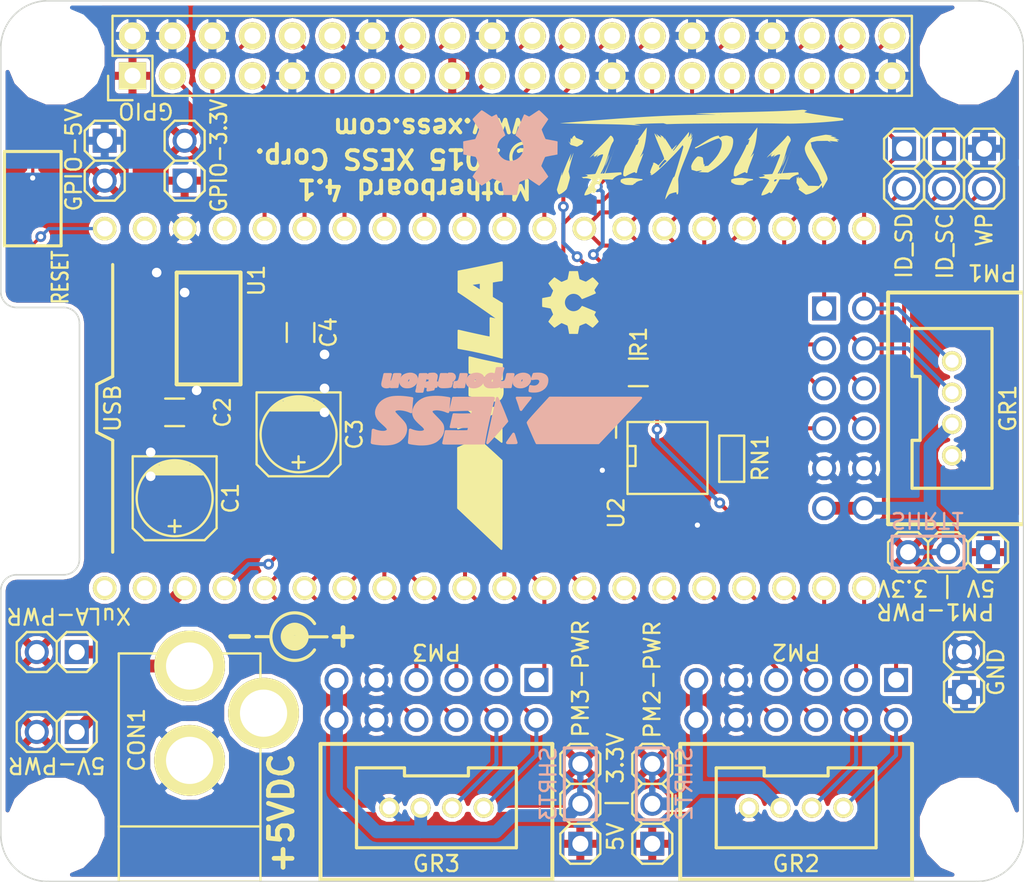
<source format=kicad_pcb>
(kicad_pcb (version 4) (host pcbnew "(2015-04-14 BZR 5597)-product")
  (title_block (title "StickIt! Motherboard / Raspberry Pi B+ Hat") (date "Tuesday, May 12, 2015") (rev 4.1) (company "XESS Corp.") (comment 1 "(c) 2015") (comment 2 CC-BY-SA))
  (layers (0 F.Cu signal hide) (31 B.Cu signal hide) (34 B.Paste user hide) (35 F.Paste user hide) (36 B.SilkS user) (37 F.SilkS user) (38 B.Mask user) (39 F.Mask user) (44 Edge.Cuts user))
  (net 0 "")
  (net 1 "Net-(J1-Pad1)")
  (net 2 "Net-(CON1-Pad1)")
  (net 3 "Net-(CON1-Pad3)")
  (net 4 +3.3V)
  (net 5 +5V)
  (net 6 GND)
  (net 7 CHAN6)
  (net 8 CHAN5)
  (net 9 CHAN4)
  (net 10 CHAN2)
  (net 11 CHAN3)
  (net 12 CHAN0)
  (net 13 CHAN1)
  (net 14 CHANCLK)
  (net 15 +5V-XuLA)
  (net 16 CHAN31)
  (net 17 CHAN30)
  (net 18 CHAN29)
  (net 19 CHAN28)
  (net 20 CHAN27)
  (net 21 CHAN26)
  (net 22 CHAN25)
  (net 23 CHAN24)
  (net 24 CHAN23)
  (net 25 CHAN22)
  (net 26 CHAN21)
  (net 27 CHAN20)
  (net 28 CHAN19)
  (net 29 CHAN18)
  (net 30 CHAN17)
  (net 31 CHAN16)
  (net 32 CHAN15)
  (net 33 CHAN7)
  (net 34 CHAN8)
  (net 35 CHAN9)
  (net 36 CHAN10)
  (net 37 CHAN11)
  (net 38 CHAN12)
  (net 39 CHAN13)
  (net 40 CHAN14)
  (net 41 ID_SD)
  (net 42 ID_SC)
  (net 43 +5V-RPi)
  (net 44 +3.3V-RPi)
  (net 45 "Net-(J1-Pad2)")
  (net 46 "Net-(J1-Pad37)")
  (net 47 "Net-(J1-Pad39)")
  (net 48 "Net-(J1-Pad40)")
  (net 49 "Net-(JP8-Pad2)")
  (net 50 "Net-(GR1-Pad3)")
  (net 51 "Net-(GR2-Pad3)")
  (net 52 "Net-(GR3-Pad3)")
  (module Connect:BARREL_JACK (layer F.Cu) (at 12 49 90)
    (fp_text reference CON1 (at 1.502 -3.364 90) (layer F.SilkS))
    (fp_text value BARREL_JACK)
    (pad 1 thru_hole circle (at 6.20014 0 90) (size 4.5 4.5) (drill 3) (layers *.Cu *.Mask F.SilkS) (net 2 "Net-(CON1-Pad1)"))
    (pad 2 thru_hole circle (at 0.20066 0 90) (size 4.5 4.5) (drill 3) (layers *.Cu *.Mask F.SilkS) (net 6 GND))
    (pad 3 thru_hole circle (at 3.2004 4.699 90) (size 4.5 4.5) (drill 3) (layers *.Cu *.Mask F.SilkS) (net 3 "Net-(CON1-Pad3)"))
  )
  (module XESS:CTS_742C043 (layer F.Cu) (at 46.45 29.62)
    (fp_text reference RN1 (at 1.81 -0.0544 90) (layer F.SilkS))
    (fp_text value 3.9K hide)
    (pad 1 smd rect (at -0.4 0.85) (size 0.45 0.9) (layers F.Cu F.Paste F.Mask) (net 4 +3.3V))
    (pad 2 smd rect (at 0.4 0.85) (size 0.45 0.9) (layers F.Cu F.Paste F.Mask) (net 4 +3.3V))
    (pad 3 smd rect (at 0.4 -0.85) (size 0.45 0.9) (layers F.Cu F.Paste F.Mask) (net 41 ID_SD))
    (pad 4 smd rect (at -0.4 -0.85) (size 0.45 0.9) (layers F.Cu F.Paste F.Mask) (net 42 ID_SC))
  )
  (module XESS:xess-JSHORT (layer B.Cu) (at 59.234 35.55 180)
    (fp_text reference J3 hide)
    (fp_text value JSHORTNORMAL hide)
    (fp_line (start 0 0) (end 0.635 0) (layer B.Cu) (width 0.2032))
    (pad 1 smd rect (at 0 0 180) (size 0.4064 0.2032) (layers B.Cu B.Paste B.Mask) (net 50 "Net-(GR1-Pad3)"))
    (pad 2 smd rect (at 0.635 0 180) (size 0.4064 0.2032) (layers B.Cu B.Paste B.Mask) (net 4 +3.3V))
  )
  (module XESS:XuLA_IO_Hdr (layer F.Cu) (at 6.604 37.846 90)
    (fp_text reference J1 hide)
    (fp_text value XuLA_IO_HDR hide)
    (pad 1 thru_hole circle (at 0 0 90) (size 1.5 1.5) (drill 1) (layers *.Cu *.Mask F.SilkS) (net 1 "Net-(J1-Pad1)"))
    (pad 2 thru_hole circle (at 0 2.54 90) (size 1.5 1.5) (drill 1) (layers *.Cu *.Mask F.SilkS) (net 45 "Net-(J1-Pad2)"))
    (pad 3 thru_hole circle (at 0 5.08 90) (size 1.5 1.5) (drill 1) (layers *.Cu *.Mask F.SilkS) (net 15 +5V-XuLA))
    (pad 4 thru_hole circle (at 0 7.62 90) (size 1.5 1.5) (drill 1) (layers *.Cu *.Mask F.SilkS) (net 16 CHAN31))
    (pad 5 thru_hole circle (at 0 10.16 90) (size 1.5 1.5) (drill 1) (layers *.Cu *.Mask F.SilkS) (net 17 CHAN30))
    (pad 6 thru_hole circle (at 0 12.7 90) (size 1.5 1.5) (drill 1) (layers *.Cu *.Mask F.SilkS) (net 18 CHAN29))
    (pad 7 thru_hole circle (at 0 15.24 90) (size 1.5 1.5) (drill 1) (layers *.Cu *.Mask F.SilkS) (net 19 CHAN28))
    (pad 8 thru_hole circle (at 0 17.78 90) (size 1.5 1.5) (drill 1) (layers *.Cu *.Mask F.SilkS) (net 20 CHAN27))
    (pad 9 thru_hole circle (at 0 20.32 90) (size 1.5 1.5) (drill 1) (layers *.Cu *.Mask F.SilkS) (net 21 CHAN26))
    (pad 10 thru_hole circle (at 0 22.86 90) (size 1.5 1.5) (drill 1) (layers *.Cu *.Mask F.SilkS) (net 22 CHAN25))
    (pad 11 thru_hole circle (at 0 25.4 90) (size 1.5 1.5) (drill 1) (layers *.Cu *.Mask F.SilkS) (net 23 CHAN24))
    (pad 12 thru_hole circle (at 0 27.94 90) (size 1.5 1.5) (drill 1) (layers *.Cu *.Mask F.SilkS) (net 24 CHAN23))
    (pad 13 thru_hole circle (at 0 30.48 90) (size 1.5 1.5) (drill 1) (layers *.Cu *.Mask F.SilkS) (net 25 CHAN22))
    (pad 14 thru_hole circle (at 0 33.02 90) (size 1.5 1.5) (drill 1) (layers *.Cu *.Mask F.SilkS) (net 26 CHAN21))
    (pad 15 thru_hole circle (at 0 35.56 90) (size 1.5 1.5) (drill 1) (layers *.Cu *.Mask F.SilkS) (net 27 CHAN20))
    (pad 16 thru_hole circle (at 0 38.1 90) (size 1.5 1.5) (drill 1) (layers *.Cu *.Mask F.SilkS) (net 28 CHAN19))
    (pad 17 thru_hole circle (at 0 40.64 90) (size 1.5 1.5) (drill 1) (layers *.Cu *.Mask F.SilkS) (net 29 CHAN18))
    (pad 18 thru_hole circle (at 0 43.18 90) (size 1.5 1.5) (drill 1) (layers *.Cu *.Mask F.SilkS) (net 30 CHAN17))
    (pad 19 thru_hole circle (at 0 45.72 90) (size 1.5 1.5) (drill 1) (layers *.Cu *.Mask F.SilkS) (net 31 CHAN16))
    (pad 20 thru_hole circle (at 0 48.26 90) (size 1.5 1.5) (drill 1) (layers *.Cu *.Mask F.SilkS) (net 32 CHAN15))
    (pad 21 thru_hole circle (at 22.86 48.26 90) (size 1.5 1.5) (drill 1) (layers *.Cu *.Mask F.SilkS) (net 14 CHANCLK))
    (pad 22 thru_hole circle (at 22.86 45.72 90) (size 1.5 1.5) (drill 1) (layers *.Cu *.Mask F.SilkS) (net 12 CHAN0))
    (pad 23 thru_hole circle (at 22.86 43.18 90) (size 1.5 1.5) (drill 1) (layers *.Cu *.Mask F.SilkS) (net 13 CHAN1))
    (pad 24 thru_hole circle (at 22.86 40.64 90) (size 1.5 1.5) (drill 1) (layers *.Cu *.Mask F.SilkS) (net 10 CHAN2))
    (pad 25 thru_hole circle (at 22.86 38.1 90) (size 1.5 1.5) (drill 1) (layers *.Cu *.Mask F.SilkS) (net 11 CHAN3))
    (pad 26 thru_hole circle (at 22.86 35.56 90) (size 1.5 1.5) (drill 1) (layers *.Cu *.Mask F.SilkS) (net 9 CHAN4))
    (pad 27 thru_hole circle (at 22.86 33.02 90) (size 1.5 1.5) (drill 1) (layers *.Cu *.Mask F.SilkS) (net 8 CHAN5))
    (pad 28 thru_hole circle (at 22.86 30.48 90) (size 1.5 1.5) (drill 1) (layers *.Cu *.Mask F.SilkS) (net 7 CHAN6))
    (pad 29 thru_hole circle (at 22.86 27.94 90) (size 1.5 1.5) (drill 1) (layers *.Cu *.Mask F.SilkS) (net 33 CHAN7))
    (pad 30 thru_hole circle (at 22.86 25.4 90) (size 1.5 1.5) (drill 1) (layers *.Cu *.Mask F.SilkS) (net 34 CHAN8))
    (pad 31 thru_hole circle (at 22.86 22.86 90) (size 1.5 1.5) (drill 1) (layers *.Cu *.Mask F.SilkS) (net 35 CHAN9))
    (pad 32 thru_hole circle (at 22.86 20.32 90) (size 1.5 1.5) (drill 1) (layers *.Cu *.Mask F.SilkS) (net 36 CHAN10))
    (pad 33 thru_hole circle (at 22.86 17.78 90) (size 1.5 1.5) (drill 1) (layers *.Cu *.Mask F.SilkS) (net 37 CHAN11))
    (pad 34 thru_hole circle (at 22.86 15.24 90) (size 1.5 1.5) (drill 1) (layers *.Cu *.Mask F.SilkS) (net 38 CHAN12))
    (pad 35 thru_hole circle (at 22.86 12.7 90) (size 1.5 1.5) (drill 1) (layers *.Cu *.Mask F.SilkS) (net 39 CHAN13))
    (pad 36 thru_hole circle (at 22.86 10.16 90) (size 1.5 1.5) (drill 1) (layers *.Cu *.Mask F.SilkS) (net 40 CHAN14))
    (pad 37 thru_hole circle (at 22.86 7.62 90) (size 1.5 1.5) (drill 1) (layers *.Cu *.Mask F.SilkS) (net 46 "Net-(J1-Pad37)"))
    (pad 38 thru_hole circle (at 22.86 5.08 90) (size 1.5 1.5) (drill 1) (layers *.Cu *.Mask F.SilkS) (net 6 GND))
    (pad 39 thru_hole circle (at 22.86 2.54 90) (size 1.5 1.5) (drill 1) (layers *.Cu *.Mask F.SilkS) (net 47 "Net-(J1-Pad39)"))
    (pad 40 thru_hole circle (at 22.86 0 90) (size 1.5 1.5) (drill 1) (layers *.Cu *.Mask F.SilkS) (net 48 "Net-(J1-Pad40)"))
  )
  (module XESS:SOT-223 (layer F.Cu) (at 13.208 21.336)
    (fp_text reference U1 (at 3.048 -3.048 90) (layer F.SilkS))
    (fp_text value NCV1117)
    (pad 4 smd rect (at 3.302 0 270) (size 3.6576 2.032) (layers F.Cu F.Paste F.Mask) (net 4 +3.3V))
    (pad 2 smd rect (at -3.302 0 270) (size 1.016 2.032) (layers F.Cu F.Paste F.Mask) (net 4 +3.3V))
    (pad 3 smd rect (at -3.302 2.286 270) (size 1.016 2.032) (layers F.Cu F.Paste F.Mask) (net 5 +5V))
    (pad 1 smd rect (at -3.302 -2.286 270) (size 1.016 2.032) (layers F.Cu F.Paste F.Mask) (net 6 GND))
  )
  (module XESS:xess-JSHORT (layer B.Cu) (at 41.39 50.604 90)
    (fp_text reference J4 hide)
    (fp_text value JSHORTNORMAL hide)
    (fp_line (start 0 0) (end 0.635 0) (layer B.Cu) (width 0.2032))
    (pad 1 smd rect (at 0 0 90) (size 0.4064 0.2032) (layers B.Cu B.Paste B.Mask) (net 51 "Net-(GR2-Pad3)"))
    (pad 2 smd rect (at 0.635 0 90) (size 0.4064 0.2032) (layers B.Cu B.Paste B.Mask) (net 4 +3.3V))
  )
  (module XESS:xess-JSHORT (layer B.Cu) (at 36.83 50.614 90)
    (fp_text reference J5 hide)
    (fp_text value JSHORTNORMAL hide)
    (fp_line (start 0 0) (end 0.635 0) (layer B.Cu) (width 0.2032))
    (pad 1 smd rect (at 0 0 90) (size 0.4064 0.2032) (layers B.Cu B.Paste B.Mask) (net 52 "Net-(GR3-Pad3)"))
    (pad 2 smd rect (at 0.635 0 90) (size 0.4064 0.2032) (layers B.Cu B.Paste B.Mask) (net 4 +3.3V))
  )
  (module RPi_Hat:Pin_Header_Straight_2x20 (layer F.Cu) (at 32.5 4 90)
    (fp_text reference GPIO1 hide)
    (fp_text value RPi_GPIO hide)
    (pad 1 thru_hole rect (at -1.27 -24.13 90) (size 1.7272 1.7272) (drill 1.016) (layers *.Cu *.Mask F.SilkS) (net 44 +3.3V-RPi))
    (pad 2 thru_hole oval (at 1.27 -24.13 90) (size 1.7272 1.7272) (drill 1.016) (layers *.Cu *.Mask F.SilkS) (net 43 +5V-RPi))
    (pad 3 thru_hole oval (at -1.27 -21.59 90) (size 1.7272 1.7272) (drill 1.016) (layers *.Cu *.Mask F.SilkS) (net 16 CHAN31))
    (pad 4 thru_hole oval (at 1.27 -21.59 90) (size 1.7272 1.7272) (drill 1.016) (layers *.Cu *.Mask F.SilkS) (net 43 +5V-RPi))
    (pad 5 thru_hole oval (at -1.27 -19.05 90) (size 1.7272 1.7272) (drill 1.016) (layers *.Cu *.Mask F.SilkS) (net 17 CHAN30))
    (pad 6 thru_hole oval (at 1.27 -19.05 90) (size 1.7272 1.7272) (drill 1.016) (layers *.Cu *.Mask F.SilkS) (net 6 GND))
    (pad 7 thru_hole oval (at -1.27 -16.51 90) (size 1.7272 1.7272) (drill 1.016) (layers *.Cu *.Mask F.SilkS) (net 18 CHAN29))
    (pad 8 thru_hole oval (at 1.27 -16.51 90) (size 1.7272 1.7272) (drill 1.016) (layers *.Cu *.Mask F.SilkS) (net 40 CHAN14))
    (pad 9 thru_hole oval (at -1.27 -13.97 90) (size 1.7272 1.7272) (drill 1.016) (layers *.Cu *.Mask F.SilkS) (net 6 GND))
    (pad 10 thru_hole oval (at 1.27 -13.97 90) (size 1.7272 1.7272) (drill 1.016) (layers *.Cu *.Mask F.SilkS) (net 39 CHAN13))
    (pad 11 thru_hole oval (at -1.27 -11.43 90) (size 1.7272 1.7272) (drill 1.016) (layers *.Cu *.Mask F.SilkS) (net 19 CHAN28))
    (pad 12 thru_hole oval (at 1.27 -11.43 90) (size 1.7272 1.7272) (drill 1.016) (layers *.Cu *.Mask F.SilkS) (net 38 CHAN12))
    (pad 13 thru_hole oval (at -1.27 -8.89 90) (size 1.7272 1.7272) (drill 1.016) (layers *.Cu *.Mask F.SilkS) (net 20 CHAN27))
    (pad 14 thru_hole oval (at 1.27 -8.89 90) (size 1.7272 1.7272) (drill 1.016) (layers *.Cu *.Mask F.SilkS) (net 6 GND))
    (pad 15 thru_hole oval (at -1.27 -6.35 90) (size 1.7272 1.7272) (drill 1.016) (layers *.Cu *.Mask F.SilkS) (net 21 CHAN26))
    (pad 16 thru_hole oval (at 1.27 -6.35 90) (size 1.7272 1.7272) (drill 1.016) (layers *.Cu *.Mask F.SilkS) (net 37 CHAN11))
    (pad 17 thru_hole oval (at -1.27 -3.81 90) (size 1.7272 1.7272) (drill 1.016) (layers *.Cu *.Mask F.SilkS) (net 44 +3.3V-RPi))
    (pad 18 thru_hole oval (at 1.27 -3.81 90) (size 1.7272 1.7272) (drill 1.016) (layers *.Cu *.Mask F.SilkS) (net 36 CHAN10))
    (pad 19 thru_hole oval (at -1.27 -1.27 90) (size 1.7272 1.7272) (drill 1.016) (layers *.Cu *.Mask F.SilkS) (net 22 CHAN25))
    (pad 20 thru_hole oval (at 1.27 -1.27 90) (size 1.7272 1.7272) (drill 1.016) (layers *.Cu *.Mask F.SilkS) (net 6 GND))
    (pad 21 thru_hole oval (at -1.27 1.27 90) (size 1.7272 1.7272) (drill 1.016) (layers *.Cu *.Mask F.SilkS) (net 23 CHAN24))
    (pad 22 thru_hole oval (at 1.27 1.27 90) (size 1.7272 1.7272) (drill 1.016) (layers *.Cu *.Mask F.SilkS) (net 35 CHAN9))
    (pad 23 thru_hole oval (at -1.27 3.81 90) (size 1.7272 1.7272) (drill 1.016) (layers *.Cu *.Mask F.SilkS) (net 24 CHAN23))
    (pad 24 thru_hole oval (at 1.27 3.81 90) (size 1.7272 1.7272) (drill 1.016) (layers *.Cu *.Mask F.SilkS) (net 34 CHAN8))
    (pad 25 thru_hole oval (at -1.27 6.35 90) (size 1.7272 1.7272) (drill 1.016) (layers *.Cu *.Mask F.SilkS) (net 6 GND))
    (pad 26 thru_hole oval (at 1.27 6.35 90) (size 1.7272 1.7272) (drill 1.016) (layers *.Cu *.Mask F.SilkS) (net 33 CHAN7))
    (pad 27 thru_hole oval (at -1.27 8.89 90) (size 1.7272 1.7272) (drill 1.016) (layers *.Cu *.Mask F.SilkS) (net 41 ID_SD))
    (pad 28 thru_hole oval (at 1.27 8.89 90) (size 1.7272 1.7272) (drill 1.016) (layers *.Cu *.Mask F.SilkS) (net 42 ID_SC))
    (pad 29 thru_hole oval (at -1.27 11.43 90) (size 1.7272 1.7272) (drill 1.016) (layers *.Cu *.Mask F.SilkS) (net 25 CHAN22))
    (pad 30 thru_hole oval (at 1.27 11.43 90) (size 1.7272 1.7272) (drill 1.016) (layers *.Cu *.Mask F.SilkS) (net 6 GND))
    (pad 31 thru_hole oval (at -1.27 13.97 90) (size 1.7272 1.7272) (drill 1.016) (layers *.Cu *.Mask F.SilkS) (net 8 CHAN5))
    (pad 32 thru_hole oval (at 1.27 13.97 90) (size 1.7272 1.7272) (drill 1.016) (layers *.Cu *.Mask F.SilkS) (net 7 CHAN6))
    (pad 33 thru_hole oval (at -1.27 16.51 90) (size 1.7272 1.7272) (drill 1.016) (layers *.Cu *.Mask F.SilkS) (net 9 CHAN4))
    (pad 34 thru_hole oval (at 1.27 16.51 90) (size 1.7272 1.7272) (drill 1.016) (layers *.Cu *.Mask F.SilkS) (net 6 GND))
    (pad 35 thru_hole oval (at -1.27 19.05 90) (size 1.7272 1.7272) (drill 1.016) (layers *.Cu *.Mask F.SilkS) (net 10 CHAN2))
    (pad 36 thru_hole oval (at 1.27 19.05 90) (size 1.7272 1.7272) (drill 1.016) (layers *.Cu *.Mask F.SilkS) (net 11 CHAN3))
    (pad 37 thru_hole oval (at -1.27 21.59 90) (size 1.7272 1.7272) (drill 1.016) (layers *.Cu *.Mask F.SilkS) (net 12 CHAN0))
    (pad 38 thru_hole oval (at 1.27 21.59 90) (size 1.7272 1.7272) (drill 1.016) (layers *.Cu *.Mask F.SilkS) (net 13 CHAN1))
    (pad 39 thru_hole oval (at -1.27 24.13 90) (size 1.7272 1.7272) (drill 1.016) (layers *.Cu *.Mask F.SilkS) (net 6 GND))
    (pad 40 thru_hole oval (at 1.27 24.13 90) (size 1.7272 1.7272) (drill 1.016) (layers *.Cu *.Mask F.SilkS) (net 14 CHANCLK))
  )
  (module XESS:HDR_1x2 (layer F.Cu) (at 3.556 41.91 180)
    (fp_text reference JP5 hide)
    (fp_text value JUMPER hide)
    (pad 1 thru_hole rect (at -1.27 0 180) (size 1.524 1.524) (drill 1.016) (layers *.Cu *.Mask) (net 15 +5V-XuLA))
    (pad 2 thru_hole circle (at 1.27 0 180) (size 1.524 1.524) (drill 1.016) (layers *.Cu *.Mask) (net 5 +5V))
  )
  (module XESS:HDR_1x2 (layer F.Cu) (at 3.556 46.99 180)
    (fp_text reference JP6 hide)
    (fp_text value JUMPER hide)
    (pad 1 thru_hole rect (at -1.27 0 180) (size 1.524 1.524) (drill 1.016) (layers *.Cu *.Mask) (net 2 "Net-(CON1-Pad1)"))
    (pad 2 thru_hole circle (at 1.27 0 180) (size 1.524 1.524) (drill 1.016) (layers *.Cu *.Mask) (net 5 +5V))
  )
  (module XESS:HDR_1x3 (layer F.Cu) (at 60.198 35.56 180)
    (fp_text reference JP1 hide)
    (fp_text value JUMPER3 hide)
    (pad 1 thru_hole rect (at -2.54 0 180) (size 1.524 1.524) (drill 1.016) (layers *.Cu *.Mask) (net 5 +5V))
    (pad 2 thru_hole circle (at 0 0 180) (size 1.524 1.524) (drill 1.016) (layers *.Cu *.Mask) (net 50 "Net-(GR1-Pad3)"))
    (pad 3 thru_hole circle (at 2.54 0 180) (size 1.524 1.524) (drill 1.016) (layers *.Cu *.Mask) (net 4 +3.3V))
  )
  (module XESS:HDR_1x3 (layer F.Cu) (at 41.402 51.562 90)
    (fp_text reference JP2 hide)
    (fp_text value JUMPER3 hide)
    (pad 1 thru_hole rect (at -2.54 0 90) (size 1.524 1.524) (drill 1.016) (layers *.Cu *.Mask) (net 5 +5V))
    (pad 2 thru_hole circle (at 0 0 90) (size 1.524 1.524) (drill 1.016) (layers *.Cu *.Mask) (net 51 "Net-(GR2-Pad3)"))
    (pad 3 thru_hole circle (at 2.54 0 90) (size 1.524 1.524) (drill 1.016) (layers *.Cu *.Mask) (net 4 +3.3V))
  )
  (module XESS:HDR_1x3 (layer F.Cu) (at 36.83 51.562 90)
    (fp_text reference JP3 hide)
    (fp_text value JUMPER3 hide)
    (pad 1 thru_hole rect (at -2.54 0 90) (size 1.524 1.524) (drill 1.016) (layers *.Cu *.Mask) (net 5 +5V))
    (pad 2 thru_hole circle (at 0 0 90) (size 1.524 1.524) (drill 1.016) (layers *.Cu *.Mask) (net 52 "Net-(GR3-Pad3)"))
    (pad 3 thru_hole circle (at 2.54 0 90) (size 1.524 1.524) (drill 1.016) (layers *.Cu *.Mask) (net 4 +3.3V))
  )
  (module XESS:HDR_1x2 (layer F.Cu) (at 62.484 11.176 270)
    (fp_text reference JP8 hide)
    (fp_text value JUMPER hide)
    (pad 1 thru_hole rect (at -1.27 0 270) (size 1.524 1.524) (drill 1.016) (layers *.Cu *.Mask) (net 6 GND))
    (pad 2 thru_hole circle (at 1.27 0 270) (size 1.524 1.524) (drill 1.016) (layers *.Cu *.Mask) (net 49 "Net-(JP8-Pad2)"))
  )
  (module XESS:HDR_1x2 (layer F.Cu) (at 59.944 11.176 270)
    (fp_text reference JP9 hide)
    (fp_text value JUMPER hide)
    (pad 1 thru_hole rect (at -1.27 0 270) (size 1.524 1.524) (drill 1.016) (layers *.Cu *.Mask) (net 14 CHANCLK))
    (pad 2 thru_hole circle (at 1.27 0 270) (size 1.524 1.524) (drill 1.016) (layers *.Cu *.Mask) (net 42 ID_SC))
  )
  (module XESS:HDR_1x2 (layer F.Cu) (at 57.404 11.176 270)
    (fp_text reference JP10 hide)
    (fp_text value JUMPER hide)
    (pad 1 thru_hole rect (at -1.27 0 270) (size 1.524 1.524) (drill 1.016) (layers *.Cu *.Mask) (net 12 CHAN0))
    (pad 2 thru_hole circle (at 1.27 0 270) (size 1.524 1.524) (drill 1.016) (layers *.Cu *.Mask) (net 41 ID_SD))
  )
  (module SMD_Packages:SOIC-8-N (layer F.Cu) (at 42.37 29.57)
    (fp_text reference U2 (at -3.254 3.5008 90) (layer F.SilkS))
    (fp_text value CAT24C32)
    (pad 8 smd rect (at -1.905 -3.175) (size 0.508 1.143) (layers F.Cu F.Paste F.Mask) (net 4 +3.3V))
    (pad 7 smd rect (at -0.635 -3.175) (size 0.508 1.143) (layers F.Cu F.Paste F.Mask) (net 49 "Net-(JP8-Pad2)"))
    (pad 6 smd rect (at 0.635 -3.175) (size 0.508 1.143) (layers F.Cu F.Paste F.Mask) (net 42 ID_SC))
    (pad 5 smd rect (at 1.905 -3.175) (size 0.508 1.143) (layers F.Cu F.Paste F.Mask) (net 41 ID_SD))
    (pad 4 smd rect (at 1.905 3.175) (size 0.508 1.143) (layers F.Cu F.Paste F.Mask) (net 6 GND))
    (pad 3 smd rect (at 0.635 3.175) (size 0.508 1.143) (layers F.Cu F.Paste F.Mask) (net 6 GND))
    (pad 2 smd rect (at -0.635 3.175) (size 0.508 1.143) (layers F.Cu F.Paste F.Mask) (net 6 GND))
    (pad 1 smd rect (at -1.905 3.175) (size 0.508 1.143) (layers F.Cu F.Paste F.Mask) (net 6 GND))
  )
  (module XESS:HDR_1x2 (layer F.Cu) (at 6.604 10.668 270)
    (fp_text reference JP4 hide)
    (fp_text value JUMPER hide)
    (pad 1 thru_hole rect (at -1.27 0 270) (size 1.524 1.524) (drill 1.016) (layers *.Cu *.Mask) (net 43 +5V-RPi))
    (pad 2 thru_hole circle (at 1.27 0 270) (size 1.524 1.524) (drill 1.016) (layers *.Cu *.Mask) (net 5 +5V))
  )
  (module XESS:HDR_1x2 (layer F.Cu) (at 11.684 10.668 90)
    (fp_text reference JP7 hide)
    (fp_text value JUMPER hide)
    (pad 1 thru_hole rect (at -1.27 0 90) (size 1.524 1.524) (drill 1.016) (layers *.Cu *.Mask) (net 4 +3.3V))
    (pad 2 thru_hole circle (at 1.27 0 90) (size 1.524 1.524) (drill 1.016) (layers *.Cu *.Mask) (net 44 +3.3V-RPi))
  )
  (module RPi_Hat:RPi_Hat_Mounting_Hole (layer F.Cu) (at 3.5 4)
    (fp_text reference "" hide)
    (fp_text value "" hide)
    (pad "" np_thru_hole circle (at 0 0) (size 2.75 2.75) (drill 2.75) (layers *.Cu *.Mask) (clearance 1.725))
  )
  (module RPi_Hat:RPi_Hat_Mounting_Hole (layer F.Cu) (at 3.5 53)
    (fp_text reference "" hide)
    (fp_text value "" hide)
    (pad "" np_thru_hole circle (at 0 0) (size 2.75 2.75) (drill 2.75) (layers *.Cu *.Mask) (clearance 1.725))
  )
  (module RPi_Hat:RPi_Hat_Mounting_Hole (layer F.Cu) (at 61.5 53)
    (fp_text reference "" hide)
    (fp_text value "" hide)
    (pad "" np_thru_hole circle (at 0 0) (size 2.75 2.75) (drill 2.75) (layers *.Cu *.Mask) (clearance 1.725))
  )
  (module RPi_Hat:RPi_Hat_Mounting_Hole (layer F.Cu) (at 61.5 4)
    (fp_text reference "" hide)
    (fp_text value "" hide)
    (pad "" np_thru_hole circle (at 0 0) (size 2.75 2.75) (drill 2.75) (layers *.Cu *.Mask) (clearance 1.725))
  )
  (module XESS:HDR_1x2 (layer F.Cu) (at 61.214 43.18 90)
    (fp_text reference TP1 hide)
    (fp_text value JUMPER hide)
    (pad 1 thru_hole rect (at -1.27 0 90) (size 1.524 1.524) (drill 1.016) (layers *.Cu *.Mask) (net 6 GND))
    (pad 2 thru_hole circle (at 1.27 0 90) (size 1.524 1.524) (drill 1.016) (layers *.Cu *.Mask) (net 6 GND))
  )
  (module XESS:PMOD_SCKT-12 (layer F.Cu) (at 27.686 44.958 270)
    (fp_text reference PM3 hide)
    (fp_text value PMOD_SCKT-12 hide)
    (pad 9 thru_hole circle (at 1.27 -1.27 180) (size 1.524 1.524) (drill 1.016) (layers *.Cu *.Mask) (net 19 CHAN28))
    (pad 1 thru_hole rect (at -1.27 -6.35 270) (size 1.524 1.524) (drill 1.016) (layers *.Cu *.Mask) (net 24 CHAN23))
    (pad 3 thru_hole circle (at -1.27 -1.27 180) (size 1.524 1.524) (drill 1.016) (layers *.Cu *.Mask) (net 20 CHAN27))
    (pad 5 thru_hole circle (at -1.27 3.81 180) (size 1.524 1.524) (drill 1.016) (layers *.Cu *.Mask) (net 6 GND))
    (pad 7 thru_hole circle (at 1.27 -6.35 180) (size 1.524 1.524) (drill 1.016) (layers *.Cu *.Mask) (net 23 CHAN24))
    (pad 11 thru_hole circle (at 1.27 3.81 180) (size 1.524 1.524) (drill 1.016) (layers *.Cu *.Mask) (net 6 GND))
    (pad 10 thru_hole circle (at 1.27 1.27 180) (size 1.524 1.524) (drill 1.016) (layers *.Cu *.Mask) (net 17 CHAN30))
    (pad 2 thru_hole circle (at -1.27 -3.81 180) (size 1.524 1.524) (drill 1.016) (layers *.Cu *.Mask) (net 22 CHAN25))
    (pad 4 thru_hole circle (at -1.27 1.27 180) (size 1.524 1.524) (drill 1.016) (layers *.Cu *.Mask) (net 18 CHAN29))
    (pad 6 thru_hole circle (at -1.27 6.35 180) (size 1.524 1.524) (drill 1.016) (layers *.Cu *.Mask) (net 52 "Net-(GR3-Pad3)"))
    (pad 8 thru_hole circle (at 1.27 -3.81 180) (size 1.524 1.524) (drill 1.016) (layers *.Cu *.Mask) (net 21 CHAN26))
    (pad 12 thru_hole circle (at 1.27 6.35 180) (size 1.524 1.524) (drill 1.016) (layers *.Cu *.Mask) (net 52 "Net-(GR3-Pad3)"))
  )
  (module XESS:PMOD_SCKT-12 (layer F.Cu) (at 50.546 44.958 270)
    (fp_text reference PM2 hide)
    (fp_text value PMOD_SCKT-12 hide)
    (pad 9 thru_hole circle (at 1.27 -1.27 180) (size 1.524 1.524) (drill 1.016) (layers *.Cu *.Mask) (net 27 CHAN20))
    (pad 1 thru_hole rect (at -1.27 -6.35 270) (size 1.524 1.524) (drill 1.016) (layers *.Cu *.Mask) (net 32 CHAN15))
    (pad 3 thru_hole circle (at -1.27 -1.27 180) (size 1.524 1.524) (drill 1.016) (layers *.Cu *.Mask) (net 28 CHAN19))
    (pad 5 thru_hole circle (at -1.27 3.81 180) (size 1.524 1.524) (drill 1.016) (layers *.Cu *.Mask) (net 6 GND))
    (pad 7 thru_hole circle (at 1.27 -6.35 180) (size 1.524 1.524) (drill 1.016) (layers *.Cu *.Mask) (net 31 CHAN16))
    (pad 11 thru_hole circle (at 1.27 3.81 180) (size 1.524 1.524) (drill 1.016) (layers *.Cu *.Mask) (net 6 GND))
    (pad 10 thru_hole circle (at 1.27 1.27 180) (size 1.524 1.524) (drill 1.016) (layers *.Cu *.Mask) (net 25 CHAN22))
    (pad 2 thru_hole circle (at -1.27 -3.81 180) (size 1.524 1.524) (drill 1.016) (layers *.Cu *.Mask) (net 30 CHAN17))
    (pad 4 thru_hole circle (at -1.27 1.27 180) (size 1.524 1.524) (drill 1.016) (layers *.Cu *.Mask) (net 26 CHAN21))
    (pad 6 thru_hole circle (at -1.27 6.35 180) (size 1.524 1.524) (drill 1.016) (layers *.Cu *.Mask) (net 51 "Net-(GR2-Pad3)"))
    (pad 8 thru_hole circle (at 1.27 -3.81 180) (size 1.524 1.524) (drill 1.016) (layers *.Cu *.Mask) (net 29 CHAN18))
    (pad 12 thru_hole circle (at 1.27 6.35 180) (size 1.524 1.524) (drill 1.016) (layers *.Cu *.Mask) (net 51 "Net-(GR2-Pad3)"))
  )
  (module XESS:PMOD_SCKT-12 (layer F.Cu) (at 53.594 26.416)
    (fp_text reference PM1 hide)
    (fp_text value PMOD_SCKT-12 hide)
    (pad 9 thru_hole circle (at 1.27 -1.27 270) (size 1.524 1.524) (drill 1.016) (layers *.Cu *.Mask) (net 11 CHAN3))
    (pad 1 thru_hole rect (at -1.27 -6.35) (size 1.524 1.524) (drill 1.016) (layers *.Cu *.Mask) (net 12 CHAN0))
    (pad 3 thru_hole circle (at -1.27 -1.27 270) (size 1.524 1.524) (drill 1.016) (layers *.Cu *.Mask) (net 9 CHAN4))
    (pad 5 thru_hole circle (at -1.27 3.81 270) (size 1.524 1.524) (drill 1.016) (layers *.Cu *.Mask) (net 6 GND))
    (pad 7 thru_hole circle (at 1.27 -6.35 270) (size 1.524 1.524) (drill 1.016) (layers *.Cu *.Mask) (net 14 CHANCLK))
    (pad 11 thru_hole circle (at 1.27 3.81 270) (size 1.524 1.524) (drill 1.016) (layers *.Cu *.Mask) (net 6 GND))
    (pad 10 thru_hole circle (at 1.27 1.27 270) (size 1.524 1.524) (drill 1.016) (layers *.Cu *.Mask) (net 8 CHAN5))
    (pad 2 thru_hole circle (at -1.27 -3.81 270) (size 1.524 1.524) (drill 1.016) (layers *.Cu *.Mask) (net 10 CHAN2))
    (pad 4 thru_hole circle (at -1.27 1.27 270) (size 1.524 1.524) (drill 1.016) (layers *.Cu *.Mask) (net 7 CHAN6))
    (pad 6 thru_hole circle (at -1.27 6.35 270) (size 1.524 1.524) (drill 1.016) (layers *.Cu *.Mask) (net 50 "Net-(GR1-Pad3)"))
    (pad 8 thru_hole circle (at 1.27 -3.81 270) (size 1.524 1.524) (drill 1.016) (layers *.Cu *.Mask) (net 13 CHAN1))
    (pad 12 thru_hole circle (at 1.27 6.35 270) (size 1.524 1.524) (drill 1.016) (layers *.Cu *.Mask) (net 50 "Net-(GR1-Pad3)"))
  )
  (module XESS:RS-282G05A3-SM_RT (layer F.Cu) (at 2.032 13.081 90)
    (fp_text reference SW1 hide)
    (fp_text value SW_PUSH hide)
    (pad 2 smd rect (at 3.9 0 90) (size 1.5 1.5) (layers F.Cu F.Paste F.Mask) (net 6 GND))
    (pad 1 smd rect (at -3.9 0 90) (size 1.5 1.5) (layers F.Cu F.Paste F.Mask) (net 48 "Net-(J1-Pad40)"))
  )
  (module Capacitors_SMD:c_elec_5x5.3 (layer F.Cu) (at 18.923 28.067 270)
    (fp_text reference C3 (at 0 -3.556 270) (layer F.SilkS))
    (fp_text value 22uF)
    (pad 1 smd rect (at 2.19964 0 270) (size 2.99974 1.6002) (layers F.Cu F.Paste F.Mask) (net 4 +3.3V))
    (pad 2 smd rect (at -2.19964 0 270) (size 2.99974 1.6002) (layers F.Cu F.Paste F.Mask) (net 6 GND))
  )
  (module Capacitors_SMD:c_elec_5x5.3 (layer F.Cu) (at 11.049 32.131 270)
    (fp_text reference C1 (at 0 -3.556 270) (layer F.SilkS))
    (fp_text value 22uF)
    (pad 1 smd rect (at 2.19964 0 270) (size 2.99974 1.6002) (layers F.Cu F.Paste F.Mask) (net 5 +5V))
    (pad 2 smd rect (at -2.19964 0 270) (size 2.99974 1.6002) (layers F.Cu F.Paste F.Mask) (net 6 GND))
  )
  (module Resistors_SMD:R_0805_HandSoldering (layer F.Cu) (at 11.049 26.67)
    (fp_text reference C2 (at 3.048 0 90) (layer F.SilkS))
    (fp_text value 4.7uF)
    (pad 1 smd rect (at -1.35 0) (size 1.5 1.3) (layers F.Cu F.Paste F.Mask) (net 5 +5V))
    (pad 2 smd rect (at 1.35 0) (size 1.5 1.3) (layers F.Cu F.Paste F.Mask) (net 6 GND))
  )
  (module Resistors_SMD:R_0805_HandSoldering (layer F.Cu) (at 19.05 21.59 270)
    (fp_text reference C4 (at 0 -1.778 270) (layer F.SilkS))
    (fp_text value 4.7uF)
    (pad 1 smd rect (at -1.35 0 270) (size 1.5 1.3) (layers F.Cu F.Paste F.Mask) (net 4 +3.3V))
    (pad 2 smd rect (at 1.35 0 270) (size 1.5 1.3) (layers F.Cu F.Paste F.Mask) (net 6 GND))
  )
  (module Resistors_SMD:R_0805_HandSoldering (layer F.Cu) (at 38.227 27.686 270)
    (fp_text reference C5 (at 0.0508 1.651 270) (layer F.SilkS))
    (fp_text value 0.1uF)
    (pad 1 smd rect (at -1.35 0 270) (size 1.5 1.3) (layers F.Cu F.Paste F.Mask) (net 4 +3.3V))
    (pad 2 smd rect (at 1.35 0 270) (size 1.5 1.3) (layers F.Cu F.Paste F.Mask) (net 6 GND))
  )
  (module Resistors_SMD:R_0805_HandSoldering (layer F.Cu) (at 40.513 24.13)
    (fp_text reference R1 (at 0.0254 -1.9304 90) (layer F.SilkS))
    (fp_text value 1K)
    (pad 1 smd rect (at -1.35 0) (size 1.5 1.3) (layers F.Cu F.Paste F.Mask) (net 4 +3.3V))
    (pad 2 smd rect (at 1.35 0) (size 1.5 1.3) (layers F.Cu F.Paste F.Mask) (net 49 "Net-(JP8-Pad2)"))
  )
  (module XESS:GROVE_MALE (layer F.Cu) (at 60.452 26.416 270)
    (fp_text reference GR1 (at 0 -3.556 270) (layer F.SilkS) (effects (font (size 1.016 1.016) (thickness 0.1524))))
    (fp_text value Grove hide)
    (pad 3 thru_hole circle (at 1.00076 0 270) (size 1.27 1.27) (drill 0.8382) (layers *.Cu *.Mask F.SilkS) (net 50 "Net-(GR1-Pad3)"))
    (pad 2 thru_hole circle (at -1.00076 0 270) (size 1.27 1.27) (drill 0.8382) (layers *.Cu *.Mask F.SilkS) (net 13 CHAN1))
    (pad 4 thru_hole circle (at 2.99974 0 270) (size 1.27 1.27) (drill 0.8382) (layers *.Cu *.Mask F.SilkS) (net 6 GND))
    (pad 1 thru_hole circle (at -2.99974 0 270) (size 1.27 1.27) (drill 0.8382) (layers *.Cu *.Mask F.SilkS) (net 14 CHANCLK))
  )
  (module XESS:GROVE_MALE (layer F.Cu) (at 50.546 51.816 180)
    (fp_text reference GR2 (at 0 -3.556 360) (layer F.SilkS) (effects (font (size 1.016 1.016) (thickness 0.1524))))
    (fp_text value Grove hide)
    (pad 3 thru_hole circle (at 1.00076 0 180) (size 1.27 1.27) (drill 0.8382) (layers *.Cu *.Mask F.SilkS) (net 51 "Net-(GR2-Pad3)"))
    (pad 2 thru_hole circle (at -1.00076 0 180) (size 1.27 1.27) (drill 0.8382) (layers *.Cu *.Mask F.SilkS) (net 29 CHAN18))
    (pad 4 thru_hole circle (at 2.99974 0 180) (size 1.27 1.27) (drill 0.8382) (layers *.Cu *.Mask F.SilkS) (net 6 GND))
    (pad 1 thru_hole circle (at -2.99974 0 180) (size 1.27 1.27) (drill 0.8382) (layers *.Cu *.Mask F.SilkS) (net 31 CHAN16))
  )
  (module XESS:GROVE_MALE (layer F.Cu) (at 27.686 51.816 180)
    (fp_text reference GR3 (at 0 -3.556 360) (layer F.SilkS) (effects (font (size 1.016 1.016) (thickness 0.1524))))
    (fp_text value Grove hide)
    (pad 3 thru_hole circle (at 1.00076 0 180) (size 1.27 1.27) (drill 0.8382) (layers *.Cu *.Mask F.SilkS) (net 52 "Net-(GR3-Pad3)"))
    (pad 2 thru_hole circle (at -1.00076 0 180) (size 1.27 1.27) (drill 0.8382) (layers *.Cu *.Mask F.SilkS) (net 21 CHAN26))
    (pad 4 thru_hole circle (at 2.99974 0 180) (size 1.27 1.27) (drill 0.8382) (layers *.Cu *.Mask F.SilkS) (net 6 GND))
    (pad 1 thru_hole circle (at -2.99974 0 180) (size 1.27 1.27) (drill 0.8382) (layers *.Cu *.Mask F.SilkS) (net 23 CHAN24))
  )
  (module XESS:xesscorp2 (layer B.Cu) (at 32.131 26.289)
    (fp_text reference "" (at 0 0) (layer B.SilkS) (effects (justify mirror)))
    (fp_text value "" (at 0 0) (layer B.SilkS) (effects (justify mirror)))
  )
  (module "XESS Logos:oshw_logo_6mm" (layer B.Cu) (at 32.385 10.16)
    (fp_text reference "" hide)
    (fp_text value "" hide)
  )
  (module "XESS Logos:stickit_logo_18mm" (layer F.Cu) (at 44.45 10.287 180)
    (fp_text reference "" hide)
    (fp_text value "" hide)
  )
  (module "XESS Logos:LOGO-XULA-18x3" (layer F.Cu) (at 30.48 26.035 90)
    (fp_text reference G*** hide)
    (fp_text value LOGO hide)
  )
  (module "XESS Logos:oshw_logo_4mm" (layer F.Cu) (at 36.195 19.685 90)
    (fp_text reference "" hide)
    (fp_text value "" hide)
  )
  (gr_text GND (at 63.246 43.18 90) (layer F.SilkS) (effects (font (size 1 1))))
  (gr_text PM1 (at 62.992 17.78 180) (layer F.SilkS) (effects (font (size 1 1))))
  (gr_text PM2 (at 50.546 41.91 180) (layer F.SilkS) (effects (font (size 1 1))))
  (gr_text PM3 (at 27.686 41.91 180) (layer F.SilkS) (effects (font (size 1 1))))
  (gr_text GPIO (at 9.22 7.51 180) (layer F.SilkS) (effects (font (size 1 1))))
  (gr_circle (center 33.3 10.43) (end 34.15 10.68) (layer F.SilkS) (width 0.2))
  (gr_text "Motherboard 4.1\nc 2015 XESS Corp.\nwww.xess.com" (at 33.88 10.54 180) (layer F.SilkS) (effects (font (size 1.2 1.2) (thickness 0.25)) (justify left)))
  (gr_text SHRT3 (at 34.798 50.292 90) (layer B.SilkS) (effects (font (size 1 1)) (justify mirror)))
  (gr_text SHRT2 (at 43.434 50.292 90) (layer B.SilkS) (effects (font (size 1 1)) (justify mirror)))
  (gr_text SHRT1 (at 58.928 33.528 180) (layer B.SilkS) (effects (font (size 1 1)) (justify mirror)))
  (gr_line (start 35.814 48.006) (end 35.814 52.578) (angle 90) (layer B.SilkS) (width 0.2))
  (gr_line (start 37.846 48.006) (end 35.814 48.006) (angle 90) (layer B.SilkS) (width 0.2))
  (gr_line (start 37.846 52.578) (end 37.846 48.006) (angle 90) (layer B.SilkS) (width 0.2))
  (gr_line (start 35.814 52.578) (end 37.846 52.578) (angle 90) (layer B.SilkS) (width 0.2))
  (gr_line (start 42.418 48.006) (end 40.386 48.006) (angle 90) (layer B.SilkS) (width 0.2))
  (gr_line (start 42.418 52.578) (end 42.418 48.006) (angle 90) (layer B.SilkS) (width 0.2))
  (gr_line (start 40.386 52.578) (end 42.418 52.578) (angle 90) (layer B.SilkS) (width 0.2))
  (gr_line (start 40.386 48.006) (end 40.386 52.578) (angle 90) (layer B.SilkS) (width 0.2))
  (gr_line (start 61.214 36.576) (end 56.642 36.576) (angle 90) (layer B.SilkS) (width 0.2))
  (gr_line (start 61.214 34.544) (end 61.214 36.576) (angle 90) (layer B.SilkS) (width 0.2))
  (gr_line (start 56.642 34.544) (end 61.214 34.544) (angle 90) (layer B.SilkS) (width 0.2))
  (gr_line (start 56.642 36.576) (end 56.642 34.544) (angle 90) (layer B.SilkS) (width 0.2))
  (gr_text USB (at 7.112 26.416 90) (layer F.SilkS) (effects (font (size 1 1))))
  (gr_line (start 7.112 28.448) (end 7.112 35.56) (angle 90) (layer F.SilkS) (width 0.2))
  (gr_line (start 6.096 27.94) (end 7.112 28.448) (angle 90) (layer F.SilkS) (width 0.2))
  (gr_line (start 6.096 24.892) (end 6.096 27.94) (angle 90) (layer F.SilkS) (width 0.2))
  (gr_line (start 7.112 24.384) (end 6.096 24.892) (angle 90) (layer F.SilkS) (width 0.2))
  (gr_line (start 7.112 17.272) (end 7.112 24.384) (angle 90) (layer F.SilkS) (width 0.2))
  (gr_text WP (at 62.5 13.9 90) (layer F.SilkS) (effects (font (size 1 1)) (justify right)))
  (gr_text ID_SD (at 57.4 13.88 90) (layer F.SilkS) (effects (font (size 1 1)) (justify right)))
  (gr_text ID_SC (at 60 13.92 90) (layer F.SilkS) (effects (font (size 1 1)) (justify right)))
  (gr_text PM1-PWR (at 59.394 39.34 180) (layer F.SilkS) (effects (font (size 1 1))))
  (gr_text PM2-PWR (at 41.402 47.498 90) (layer F.SilkS) (effects (font (size 1 1)) (justify left)))
  (gr_text PM3-PWR (at 36.85 47.434 90) (layer F.SilkS) (effects (font (size 1 1)) (justify left)))
  (gr_text GPIO-5V (at 4.64 10.61 90) (layer F.SilkS) (effects (font (size 1 1))))
  (gr_text GPIO-3.3V (at 13.86 10.35 90) (layer F.SilkS) (effects (font (size 1 0.9))))
  (gr_text 5V-PWR (at 3.556 49.1236 180) (layer F.SilkS) (effects (font (size 1 1))))
  (gr_text XuLA-PWR (at 4.318 39.624 180) (layer F.SilkS) (effects (font (size 1 1))))
  (gr_text - (at 15.178 40.812) (layer F.SilkS) (effects (font (size 1.5 1.5) (thickness 0.3))))
  (gr_text + (at 21.748 40.822) (layer F.SilkS) (effects (font (size 1.5 1.5) (thickness 0.3))))
  (gr_line (start 16.218 40.932) (end 17.168 40.932) (layer F.SilkS) (width 0.2))
  (gr_line (start 18.638 40.942) (end 20.738 40.942) (layer F.SilkS) (width 0.2))
  (gr_arc (start 18.678 40.932) (end 19.938 41.772) (angle 293.0350184) (layer F.SilkS) (width 0.2))
  (gr_circle (center 18.678 40.932) (end 19.128 40.742) (layer F.SilkS) (width 0.8))
  (gr_text +5VDC (at 17.8308 52.1716 90) (layer F.SilkS) (effects (font (size 1.5 1.5) (thickness 0.3))))
  (gr_text "5V | 3.3V" (at 59.436 37.846 180) (layer F.SilkS) (effects (font (size 1 1))))
  (gr_text "5V | 3.3V" (at 39.0652 50.8 90) (layer F.SilkS) (effects (font (size 1 1))))
  (gr_text RESET (at 3.7846 18.08988 90) (layer F.SilkS) (effects (font (size 1 0.75))))
  (gr_arc (start 62 3.5) (end 62 0.5) (angle 90) (layer Edge.Cuts) (width 0.1))
  (gr_line (start 3 0.5) (end 62 0.5) (angle 90) (layer Edge.Cuts) (width 0.1))
  (gr_arc (start 3 3.5) (end 0 3.5) (angle 90) (layer Edge.Cuts) (width 0.1))
  (gr_arc (start 1 38) (end 0 38) (angle 90) (layer Edge.Cuts) (width 0.1))
  (gr_arc (start 4 36) (end 5 36) (angle 90) (layer Edge.Cuts) (width 0.1))
  (gr_arc (start 4 21) (end 4 20) (angle 90) (layer Edge.Cuts) (width 0.1))
  (gr_arc (start 1 19) (end 1 20) (angle 90) (layer Edge.Cuts) (width 0.1))
  (gr_arc (start 62 53.5) (end 65 53.5) (angle 90) (layer Edge.Cuts) (width 0.1))
  (gr_arc (start 3 53.5) (end 3 56.5) (angle 90) (layer Edge.Cuts) (width 0.1))
  (gr_line (start 0 38) (end 0 53.5) (layer Edge.Cuts) (width 0.1))
  (gr_line (start 0 3.5) (end 0 19) (layer Edge.Cuts) (width 0.1))
  (gr_line (start 1 37) (end 4 37) (layer Edge.Cuts) (width 0.1))
  (gr_line (start 1 20) (end 4 20) (layer Edge.Cuts) (width 0.1))
  (gr_line (start 5 21) (end 5 36) (layer Edge.Cuts) (width 0.1))
  (gr_line (start 3 56.5) (end 62 56.5) (angle 90) (layer Edge.Cuts) (width 0.1))
  (gr_line (start 65 3.5) (end 65 53.5) (angle 90) (layer Edge.Cuts) (width 0.1))
  (segment (start 9.01614 42.79986) (end 4.826 46.99) (width 0.8128) (layer F.Cu) (net 2))
  (segment (start 12 42.79986) (end 9.01614 42.79986) (width 0.8128) (layer F.Cu) (net 2))
  (segment (start 58.589 35.56) (end 58.599 35.55) (width 0.4064) (layer B.Cu) (net 4))
  (segment (start 57.658 35.56) (end 58.589 35.56) (width 0.4064) (layer B.Cu) (net 4))
  (segment (start 41.402 49.957) (end 41.39 49.969) (width 0.4064) (layer B.Cu) (net 4))
  (segment (start 41.402 49.022) (end 41.402 49.957) (width 0.4064) (layer B.Cu) (net 4))
  (segment (start 36.83 49.979) (end 36.83 49.022) (width 0.4064) (layer B.Cu) (net 4))
  (segment (start 38.227 28.956) (end 38.227 29.868067) (width 0.254) (layer F.Cu) (net 6))
  (segment (start 38.227 29.868067) (end 38.227 30.353) (width 0.254) (layer F.Cu) (net 6))
  (via (at 38.227 30.353) (size 0.6858) (drill 0.3302) (layers F.Cu B.Cu) (net 6))
  (segment (start 19.09064 25.86736) (end 19.812 25.146) (width 0.4064) (layer F.Cu) (net 6))
  (segment (start 19.812 25.146) (end 20.574 25.146) (width 0.4064) (layer F.Cu) (net 6))
  (via (at 20.574 25.146) (size 1.016) (drill 0.6096) (layers F.Cu B.Cu) (net 6))
  (segment (start 18.923 25.86736) (end 19.09064 25.86736) (width 0.4064) (layer F.Cu) (net 6))
  (segment (start 18.923 25.86736) (end 19.72564 26.67) (width 0.4064) (layer F.Cu) (net 6))
  (segment (start 19.72564 26.67) (end 20.342864 26.67) (width 0.4064) (layer F.Cu) (net 6))
  (segment (start 20.342864 26.67) (end 20.574 26.438864) (width 0.4064) (layer F.Cu) (net 6))
  (segment (start 20.574 26.438864) (end 20.574 26.67) (width 0.4064) (layer F.Cu) (net 6))
  (via (at 20.574 26.67) (size 1.016) (drill 0.6096) (layers F.Cu B.Cu) (net 6))
  (segment (start 19.05 22.94) (end 20.527 22.94) (width 0.4064) (layer F.Cu) (net 6))
  (via (at 20.574 22.987) (size 1.016) (drill 0.6096) (layers F.Cu B.Cu) (net 6))
  (segment (start 20.527 22.94) (end 20.574 22.987) (width 0.4064) (layer F.Cu) (net 6))
  (segment (start 12.43 25.288994) (end 12.446 25.272994) (width 0.4064) (layer F.Cu) (net 6))
  (segment (start 12.43 26.67) (end 12.43 25.288994) (width 0.4064) (layer F.Cu) (net 6))
  (via (at 12.446 25.272994) (size 1.016) (drill 0.6096) (layers F.Cu B.Cu) (net 6))
  (segment (start 2.032 11.760198) (end 2.026918 11.76528) (width 0.2032) (layer F.Cu) (net 6))
  (segment (start 2.032 9.181) (end 2.032 11.760198) (width 0.2032) (layer F.Cu) (net 6))
  (via (at 2.026918 11.76528) (size 0.6858) (drill 0.3302) (layers F.Cu B.Cu) (net 6))
  (segment (start 44.275 32.745) (end 44.275 33.835) (width 0.254) (layer F.Cu) (net 6))
  (segment (start 44.275 33.835) (end 44.27 33.84) (width 0.254) (layer F.Cu) (net 6))
  (via (at 44.27 33.84) (size 0.6858) (drill 0.3302) (layers F.Cu B.Cu) (net 6))
  (segment (start 43.005 32.745) (end 44.275 32.745) (width 0.254) (layer F.Cu) (net 6))
  (segment (start 41.735 32.745) (end 43.005 32.745) (width 0.254) (layer F.Cu) (net 6))
  (segment (start 40.465 32.745) (end 41.735 32.745) (width 0.254) (layer F.Cu) (net 6))
  (segment (start 11.049 29.94914) (end 11.07186 29.94914) (width 0.4064) (layer F.Cu) (net 6))
  (segment (start 11.02614 29.94914) (end 10.287 29.21) (width 0.4064) (layer F.Cu) (net 6))
  (segment (start 10.287 29.21) (end 9.525 29.21) (width 0.4064) (layer F.Cu) (net 6))
  (via (at 9.525 29.21) (size 1.016) (drill 0.6096) (layers F.Cu B.Cu) (net 6))
  (segment (start 11.049 29.94914) (end 11.02614 29.94914) (width 0.4064) (layer F.Cu) (net 6))
  (segment (start 11.049 29.972) (end 10.287 30.734) (width 0.4064) (layer F.Cu) (net 6))
  (segment (start 10.287 30.734) (end 9.525 30.734) (width 0.4064) (layer F.Cu) (net 6))
  (via (at 9.525 30.734) (size 1.016) (drill 0.6096) (layers F.Cu B.Cu) (net 6))
  (segment (start 11.049 29.94914) (end 11.049 29.972) (width 0.4064) (layer F.Cu) (net 6))
  (segment (start 9.906 19.05) (end 11.684 19.05) (width 0.4064) (layer F.Cu) (net 6))
  (via (at 11.684 19.05) (size 1.016) (drill 0.6096) (layers F.Cu B.Cu) (net 6))
  (segment (start 9.906 19.05) (end 9.906 17.78) (width 0.4064) (layer F.Cu) (net 6))
  (via (at 9.906 17.78) (size 1.016) (drill 0.6096) (layers F.Cu B.Cu) (net 6))
  (segment (start 46.47 2.73) (end 45.212 3.988) (width 0.254) (layer F.Cu) (net 7))
  (segment (start 38.875401 13.956599) (end 38.113401 13.956599) (width 0.254) (layer F.Cu) (net 7))
  (segment (start 45.212 3.988) (end 45.212 7.62) (width 0.254) (layer F.Cu) (net 7))
  (segment (start 45.212 7.62) (end 38.875401 13.956599) (width 0.254) (layer F.Cu) (net 7))
  (segment (start 38.113401 13.956599) (end 37.084 14.986) (width 0.254) (layer F.Cu) (net 7))
  (segment (start 37.084 14.986) (end 38.1635 16.0655) (width 0.254) (layer F.Cu) (net 7))
  (segment (start 38.1635 16.0655) (end 38.989 16.0655) (width 0.254) (layer F.Cu) (net 7))
  (segment (start 38.989 16.0655) (end 50.6095 27.686) (width 0.254) (layer F.Cu) (net 7))
  (segment (start 50.6095 27.686) (end 52.324 27.686) (width 0.254) (layer F.Cu) (net 7))
  (segment (start 39.624 14.986) (end 51.054 26.416) (width 0.254) (layer F.Cu) (net 8))
  (segment (start 51.054 26.416) (end 53.594 26.416) (width 0.254) (layer F.Cu) (net 8))
  (segment (start 53.594 26.416) (end 54.864 27.686) (width 0.254) (layer F.Cu) (net 8))
  (segment (start 46.47 5.27) (end 46.47 8.14) (width 0.254) (layer F.Cu) (net 8))
  (segment (start 46.47 8.14) (end 39.624 14.986) (width 0.254) (layer F.Cu) (net 8))
  (segment (start 42.164 14.986) (end 42.164 15.24) (width 0.254) (layer F.Cu) (net 9))
  (segment (start 42.164 15.24) (end 52.07 25.146) (width 0.254) (layer F.Cu) (net 9))
  (segment (start 52.07 25.146) (end 52.324 25.146) (width 0.254) (layer F.Cu) (net 9))
  (segment (start 49.01 5.27) (end 49.01 8.14) (width 0.254) (layer F.Cu) (net 9))
  (segment (start 49.01 8.14) (end 42.164 14.986) (width 0.254) (layer F.Cu) (net 9))
  (segment (start 47.244 14.986) (end 46.494001 15.735999) (width 0.254) (layer F.Cu) (net 10))
  (segment (start 46.494001 15.735999) (end 46.494001 17.538001) (width 0.254) (layer F.Cu) (net 10))
  (segment (start 46.494001 17.538001) (end 51.308 22.352) (width 0.254) (layer F.Cu) (net 10))
  (segment (start 51.308 22.352) (end 52.07 22.352) (width 0.254) (layer F.Cu) (net 10))
  (segment (start 52.07 22.352) (end 52.324 22.606) (width 0.254) (layer F.Cu) (net 10))
  (segment (start 51.55 10.68) (end 47.244 14.986) (width 0.254) (layer F.Cu) (net 10))
  (segment (start 51.55 5.27) (end 51.55 10.68) (width 0.254) (layer F.Cu) (net 10))
  (segment (start 51.55 2.73) (end 50.292 3.988) (width 0.254) (layer F.Cu) (net 11))
  (segment (start 50.292 3.988) (end 50.292 9.398) (width 0.254) (layer F.Cu) (net 11))
  (segment (start 50.292 9.398) (end 44.704 14.986) (width 0.254) (layer F.Cu) (net 11))
  (segment (start 44.704 14.986) (end 44.704 16.764) (width 0.254) (layer F.Cu) (net 11))
  (segment (start 44.704 16.764) (end 51.816 23.876) (width 0.254) (layer F.Cu) (net 11))
  (segment (start 51.816 23.876) (end 53.594 23.876) (width 0.254) (layer F.Cu) (net 11))
  (segment (start 53.594 23.876) (end 54.864 25.146) (width 0.254) (layer F.Cu) (net 11))
  (segment (start 54.09 5.27) (end 54.09 6.592) (width 0.254) (layer F.Cu) (net 12))
  (segment (start 54.09 6.592) (end 57.404 9.906) (width 0.254) (layer F.Cu) (net 12))
  (segment (start 57.404 9.906) (end 52.324 14.986) (width 0.254) (layer F.Cu) (net 12))
  (segment (start 52.324 14.986) (end 52.324 20.066) (width 0.254) (layer F.Cu) (net 12))
  (segment (start 54.09 2.73) (end 52.832 3.988) (width 0.254) (layer F.Cu) (net 13))
  (segment (start 52.832 3.988) (end 52.832 11.938) (width 0.254) (layer F.Cu) (net 13))
  (segment (start 52.832 11.938) (end 49.784 14.986) (width 0.254) (layer F.Cu) (net 13))
  (segment (start 49.784 14.986) (end 49.784 19.812) (width 0.254) (layer F.Cu) (net 13))
  (segment (start 49.784 19.812) (end 51.308 21.336) (width 0.254) (layer F.Cu) (net 13))
  (segment (start 51.308 21.336) (end 53.594 21.336) (width 0.254) (layer F.Cu) (net 13))
  (segment (start 53.594 21.336) (end 54.864 22.606) (width 0.254) (layer F.Cu) (net 13))
  (segment (start 57.64276 22.606) (end 54.864 22.606) (width 0.254) (layer B.Cu) (net 13))
  (segment (start 60.452 25.41524) (end 57.64276 22.606) (width 0.254) (layer B.Cu) (net 13))
  (segment (start 59.944 9.906) (end 59.944 8.89) (width 0.254) (layer F.Cu) (net 14))
  (segment (start 59.944 8.89) (end 58.044 6.99) (width 0.254) (layer F.Cu) (net 14))
  (segment (start 58.044 6.99) (end 56.52 6.99) (width 0.254) (layer F.Cu) (net 14))
  (segment (start 56.52 6.99) (end 55.372 5.842) (width 0.254) (layer F.Cu) (net 14))
  (segment (start 55.372 5.842) (end 55.372 3.988) (width 0.254) (layer F.Cu) (net 14))
  (segment (start 55.372 3.988) (end 56.63 2.73) (width 0.254) (layer F.Cu) (net 14))
  (segment (start 54.864 14.986) (end 54.864 20.066) (width 0.254) (layer F.Cu) (net 14))
  (segment (start 56.896 11.176) (end 59.69 11.176) (width 0.254) (layer F.Cu) (net 14))
  (segment (start 54.864 14.986) (end 54.864 13.208) (width 0.254) (layer F.Cu) (net 14))
  (segment (start 54.864 13.208) (end 56.896 11.176) (width 0.254) (layer F.Cu) (net 14))
  (segment (start 59.944 10.922) (end 59.944 9.906) (width 0.254) (layer F.Cu) (net 14))
  (segment (start 59.69 11.176) (end 59.944 10.922) (width 0.254) (layer F.Cu) (net 14))
  (segment (start 57.023 20.066) (end 54.864 20.066) (width 0.254) (layer B.Cu) (net 14))
  (segment (start 60.37326 23.41626) (end 57.023 20.066) (width 0.254) (layer B.Cu) (net 14))
  (segment (start 60.452 23.41626) (end 60.37326 23.41626) (width 0.254) (layer B.Cu) (net 14))
  (segment (start 11.684 37.846) (end 7.62 41.91) (width 0.8128) (layer F.Cu) (net 15))
  (segment (start 7.62 41.91) (end 4.826 41.91) (width 0.8128) (layer F.Cu) (net 15))
  (segment (start 10.91 5.27) (end 14.21 8.57) (width 0.254) (layer F.Cu) (net 16))
  (segment (start 14.21 8.57) (end 14.21 13.222) (width 0.254) (layer F.Cu) (net 16))
  (segment (start 14.21 13.222) (end 12.954 14.478) (width 0.254) (layer F.Cu) (net 16))
  (segment (start 12.954 14.478) (end 12.954 15.748) (width 0.254) (layer F.Cu) (net 16))
  (segment (start 12.954 15.748) (end 15.748 18.542) (width 0.254) (layer F.Cu) (net 16))
  (segment (start 15.748 18.542) (end 19.98472 18.542) (width 0.254) (layer F.Cu) (net 16))
  (segment (start 19.98472 18.542) (end 21.8567 20.41398) (width 0.254) (layer F.Cu) (net 16))
  (segment (start 21.8567 20.41398) (end 21.8567 31.47568) (width 0.254) (layer F.Cu) (net 16))
  (segment (start 21.8567 31.47568) (end 17.018 36.31438) (width 0.254) (layer F.Cu) (net 16))
  (segment (start 17.018 36.31438) (end 17.018 36.322) (width 0.254) (layer F.Cu) (net 16))
  (segment (start 15.748 36.322) (end 17.018 36.322) (width 0.254) (layer B.Cu) (net 16))
  (segment (start 14.224 37.846) (end 15.748 36.322) (width 0.254) (layer B.Cu) (net 16))
  (via (at 17.018 36.322) (size 0.6858) (drill 0.3302) (layers F.Cu B.Cu) (net 16))
  (segment (start 13.45 5.27) (end 13.45 6.592) (width 0.254) (layer F.Cu) (net 17))
  (segment (start 13.45 6.592) (end 15.494 8.636) (width 0.254) (layer F.Cu) (net 17))
  (segment (start 15.494 8.636) (end 15.494 15.748) (width 0.254) (layer F.Cu) (net 17))
  (segment (start 15.494 15.748) (end 17.272 17.526) (width 0.254) (layer F.Cu) (net 17))
  (segment (start 17.272 17.526) (end 20.1549 17.526) (width 0.254) (layer F.Cu) (net 17))
  (segment (start 20.1549 17.526) (end 22.59838 19.96948) (width 0.254) (layer F.Cu) (net 17))
  (segment (start 22.59838 19.96948) (end 22.59838 32.01162) (width 0.254) (layer F.Cu) (net 17))
  (segment (start 22.59838 32.01162) (end 17.513999 37.096001) (width 0.254) (layer F.Cu) (net 17))
  (segment (start 17.513999 37.096001) (end 16.764 37.846) (width 0.254) (layer F.Cu) (net 17))
  (segment (start 16.764 37.846) (end 20.066 41.148) (width 0.254) (layer F.Cu) (net 17))
  (segment (start 20.066 41.148) (end 23.368 41.148) (width 0.254) (layer F.Cu) (net 17))
  (segment (start 23.368 41.148) (end 25.146 42.926) (width 0.254) (layer F.Cu) (net 17))
  (segment (start 25.146 42.926) (end 25.146 44.45) (width 0.254) (layer F.Cu) (net 17))
  (segment (start 25.146 44.45) (end 25.654001 45.466001) (width 0.254) (layer F.Cu) (net 17))
  (segment (start 25.654001 45.466001) (end 26.416 46.228) (width 0.254) (layer F.Cu) (net 17))
  (segment (start 15.99 5.27) (end 18.034 7.314) (width 0.254) (layer F.Cu) (net 18))
  (segment (start 18.034 7.314) (end 18.034 16.002) (width 0.254) (layer F.Cu) (net 18))
  (segment (start 18.034 16.002) (end 18.542 16.51) (width 0.254) (layer F.Cu) (net 18))
  (segment (start 18.542 16.51) (end 20.30222 16.51) (width 0.254) (layer F.Cu) (net 18))
  (segment (start 20.30222 16.51) (end 23.36546 19.57324) (width 0.254) (layer F.Cu) (net 18))
  (segment (start 23.36546 19.57324) (end 23.36546 33.78454) (width 0.254) (layer F.Cu) (net 18))
  (segment (start 23.36546 33.78454) (end 20.828 36.322) (width 0.254) (layer F.Cu) (net 18))
  (segment (start 20.828 36.322) (end 19.304 37.846) (width 0.254) (layer F.Cu) (net 18))
  (segment (start 19.304 37.846) (end 21.59 40.132) (width 0.254) (layer F.Cu) (net 18))
  (segment (start 21.59 40.132) (end 23.876 40.132) (width 0.254) (layer F.Cu) (net 18))
  (segment (start 23.876 40.132) (end 26.416 42.672) (width 0.254) (layer F.Cu) (net 18))
  (segment (start 26.416 42.672) (end 26.416 43.688) (width 0.254) (layer F.Cu) (net 18))
  (segment (start 21.07 5.27) (end 21.07 6.491314) (width 0.254) (layer F.Cu) (net 19))
  (segment (start 21.07 6.491314) (end 20.574 6.987314) (width 0.254) (layer F.Cu) (net 19))
  (segment (start 20.574 6.987314) (end 20.574 15.5702) (width 0.254) (layer F.Cu) (net 19))
  (segment (start 20.574 15.5702) (end 24.13254 19.12874) (width 0.254) (layer F.Cu) (net 19))
  (segment (start 24.13254 19.12874) (end 24.13254 35.5346) (width 0.254) (layer F.Cu) (net 19))
  (segment (start 24.13254 35.5346) (end 21.844 37.82314) (width 0.254) (layer F.Cu) (net 19))
  (segment (start 21.844 37.82314) (end 21.844 37.846) (width 0.254) (layer F.Cu) (net 19))
  (segment (start 21.844 37.846) (end 23.368 39.37) (width 0.254) (layer F.Cu) (net 19))
  (segment (start 23.368 39.37) (end 24.384 39.37) (width 0.254) (layer F.Cu) (net 19))
  (segment (start 24.384 39.37) (end 27.686 42.672) (width 0.254) (layer F.Cu) (net 19))
  (segment (start 27.686 42.672) (end 27.686 44.958) (width 0.254) (layer F.Cu) (net 19))
  (segment (start 27.686 44.958) (end 28.956 46.228) (width 0.254) (layer F.Cu) (net 19))
  (segment (start 23.61 5.27) (end 23.61 6.362) (width 0.254) (layer F.Cu) (net 20))
  (segment (start 23.61 6.362) (end 23.114 6.858) (width 0.254) (layer F.Cu) (net 20))
  (segment (start 23.114 6.858) (end 23.114 16.002) (width 0.254) (layer F.Cu) (net 20))
  (segment (start 23.114 16.002) (end 24.8793 17.7673) (width 0.254) (layer F.Cu) (net 20))
  (segment (start 24.8793 17.7673) (end 24.8793 36.30676) (width 0.254) (layer F.Cu) (net 20))
  (segment (start 24.8793 36.30676) (end 24.37638 36.80968) (width 0.254) (layer F.Cu) (net 20))
  (segment (start 24.37638 36.80968) (end 24.37638 37.83838) (width 0.254) (layer F.Cu) (net 20))
  (segment (start 24.37638 37.83838) (end 24.384 37.846) (width 0.254) (layer F.Cu) (net 20))
  (segment (start 24.384 37.846) (end 28.956 42.418) (width 0.254) (layer F.Cu) (net 20))
  (segment (start 28.956 42.418) (end 28.956 43.688) (width 0.254) (layer F.Cu) (net 20))
  (segment (start 26.15 5.27) (end 26.15 6.491314) (width 0.254) (layer F.Cu) (net 21))
  (segment (start 26.15 6.491314) (end 25.654 6.987314) (width 0.254) (layer F.Cu) (net 21))
  (segment (start 25.654 6.987314) (end 25.654 36.6268) (width 0.254) (layer F.Cu) (net 21))
  (segment (start 25.654 36.6268) (end 26.8732 37.846) (width 0.254) (layer F.Cu) (net 21))
  (segment (start 26.8732 37.846) (end 26.924 37.846) (width 0.254) (layer F.Cu) (net 21))
  (segment (start 26.924 37.846) (end 30.226 41.148) (width 0.254) (layer F.Cu) (net 21))
  (segment (start 30.226 41.148) (end 30.226 44.958) (width 0.254) (layer F.Cu) (net 21))
  (segment (start 30.226 44.958) (end 31.496 46.228) (width 0.254) (layer F.Cu) (net 21))
  (segment (start 29.321759 51.181001) (end 29.336999 51.181001) (width 0.254) (layer B.Cu) (net 21))
  (segment (start 28.68676 51.816) (end 29.321759 51.181001) (width 0.254) (layer B.Cu) (net 21))
  (segment (start 31.496 49.022) (end 31.496 46.228) (width 0.254) (layer B.Cu) (net 21))
  (segment (start 29.336999 51.181001) (end 31.496 49.022) (width 0.254) (layer B.Cu) (net 21))
  (segment (start 31.23 5.27) (end 28.194 8.306) (width 0.254) (layer F.Cu) (net 22))
  (segment (start 28.194 8.306) (end 28.194 16.002) (width 0.254) (layer F.Cu) (net 22))
  (segment (start 28.194 16.002) (end 29.5021 17.3101) (width 0.254) (layer F.Cu) (net 22))
  (segment (start 29.5021 17.3101) (end 29.5021 37.8079) (width 0.254) (layer F.Cu) (net 22))
  (segment (start 29.5021 37.8079) (end 29.464 37.846) (width 0.254) (layer F.Cu) (net 22))
  (segment (start 29.464 37.846) (end 31.496 39.878) (width 0.254) (layer F.Cu) (net 22))
  (segment (start 31.496 39.878) (end 31.496 43.688) (width 0.254) (layer F.Cu) (net 22))
  (segment (start 33.77 5.27) (end 33.77 5.854) (width 0.254) (layer F.Cu) (net 23))
  (segment (start 33.77 5.854) (end 30.734 8.89) (width 0.254) (layer F.Cu) (net 23))
  (segment (start 30.734 8.89) (end 30.734 16.002) (width 0.254) (layer F.Cu) (net 23))
  (segment (start 30.734 16.002) (end 32.004 17.272) (width 0.254) (layer F.Cu) (net 23))
  (segment (start 32.004 17.272) (end 32.004 37.846) (width 0.254) (layer F.Cu) (net 23))
  (segment (start 32.004 37.846) (end 32.766 38.608) (width 0.254) (layer F.Cu) (net 23))
  (segment (start 32.766 38.608) (end 32.766 44.958) (width 0.254) (layer F.Cu) (net 23))
  (segment (start 32.766 44.958) (end 34.036 46.228) (width 0.254) (layer F.Cu) (net 23))
  (segment (start 34.036 48.46574) (end 34.036 46.228) (width 0.254) (layer B.Cu) (net 23))
  (segment (start 30.68574 51.816) (end 34.036 48.46574) (width 0.254) (layer B.Cu) (net 23))
  (segment (start 36.31 5.27) (end 36.31 5.854) (width 0.254) (layer F.Cu) (net 24))
  (segment (start 36.31 5.854) (end 33.274 8.89) (width 0.254) (layer F.Cu) (net 24))
  (segment (start 33.274 8.89) (end 33.274 36.576) (width 0.254) (layer F.Cu) (net 24))
  (segment (start 33.274 36.576) (end 34.544 37.846) (width 0.254) (layer F.Cu) (net 24))
  (segment (start 34.544 37.846) (end 34.544 43.18) (width 0.254) (layer F.Cu) (net 24))
  (segment (start 34.544 43.18) (end 34.036 43.688) (width 0.254) (layer F.Cu) (net 24))
  (segment (start 37.084 37.846) (end 40.64 41.402) (width 0.254) (layer F.Cu) (net 25))
  (segment (start 40.64 41.402) (end 46.482 41.402) (width 0.254) (layer F.Cu) (net 25))
  (segment (start 46.482 41.402) (end 48.006 42.926) (width 0.254) (layer F.Cu) (net 25))
  (segment (start 48.006 42.926) (end 48.006 44.45) (width 0.254) (layer F.Cu) (net 25))
  (segment (start 48.006 44.45) (end 48.514001 45.466001) (width 0.254) (layer F.Cu) (net 25))
  (segment (start 48.514001 45.466001) (end 49.276 46.228) (width 0.254) (layer F.Cu) (net 25))
  (segment (start 43.93 5.27) (end 43.93 7.537006) (width 0.254) (layer F.Cu) (net 25))
  (segment (start 43.93 7.537006) (end 38.195506 13.2715) (width 0.254) (layer F.Cu) (net 25))
  (segment (start 38.195506 13.2715) (end 37.1485 13.2715) (width 0.254) (layer F.Cu) (net 25))
  (segment (start 37.1485 13.2715) (end 35.7505 14.6695) (width 0.254) (layer F.Cu) (net 25))
  (segment (start 35.7505 14.6695) (end 35.7505 36.5125) (width 0.254) (layer F.Cu) (net 25))
  (segment (start 35.7505 36.5125) (end 37.084 37.846) (width 0.254) (layer F.Cu) (net 25))
  (segment (start 39.624 37.846) (end 42.418 40.64) (width 0.254) (layer F.Cu) (net 26))
  (segment (start 42.418 40.64) (end 46.99 40.64) (width 0.254) (layer F.Cu) (net 26))
  (segment (start 46.99 40.64) (end 49.276 42.926) (width 0.254) (layer F.Cu) (net 26))
  (segment (start 49.276 42.926) (end 49.276 43.688) (width 0.254) (layer F.Cu) (net 26))
  (segment (start 42.164 37.846) (end 44.196 39.878) (width 0.254) (layer F.Cu) (net 27))
  (segment (start 44.196 39.878) (end 47.244 39.878) (width 0.254) (layer F.Cu) (net 27))
  (segment (start 47.244 39.878) (end 50.546 43.18) (width 0.254) (layer F.Cu) (net 27))
  (segment (start 50.546 43.18) (end 50.546 44.958) (width 0.254) (layer F.Cu) (net 27))
  (segment (start 50.546 44.958) (end 51.816 46.228) (width 0.254) (layer F.Cu) (net 27))
  (segment (start 44.704 37.846) (end 45.974 39.116) (width 0.254) (layer F.Cu) (net 28))
  (segment (start 45.974 39.116) (end 47.498 39.116) (width 0.254) (layer F.Cu) (net 28))
  (segment (start 47.498 39.116) (end 51.054001 42.672001) (width 0.254) (layer F.Cu) (net 28))
  (segment (start 51.054001 42.672001) (end 51.054001 42.926001) (width 0.254) (layer F.Cu) (net 28))
  (segment (start 51.054001 42.926001) (end 51.816 43.688) (width 0.254) (layer F.Cu) (net 28))
  (segment (start 47.244 37.846) (end 49.022 39.624) (width 0.254) (layer F.Cu) (net 29))
  (segment (start 49.022 39.624) (end 49.784 39.624) (width 0.254) (layer F.Cu) (net 29))
  (segment (start 49.784 39.624) (end 53.086 42.926) (width 0.254) (layer F.Cu) (net 29))
  (segment (start 53.086 42.926) (end 53.086 44.958) (width 0.254) (layer F.Cu) (net 29))
  (segment (start 53.086 44.958) (end 54.356 46.228) (width 0.254) (layer F.Cu) (net 29))
  (segment (start 52.181759 51.181001) (end 52.196999 51.181001) (width 0.254) (layer B.Cu) (net 29))
  (segment (start 51.54676 51.816) (end 52.181759 51.181001) (width 0.254) (layer B.Cu) (net 29))
  (segment (start 54.356 49.022) (end 54.356 46.228) (width 0.254) (layer B.Cu) (net 29))
  (segment (start 52.196999 51.181001) (end 54.356 49.022) (width 0.254) (layer B.Cu) (net 29))
  (segment (start 49.784 37.846) (end 54.356 42.418) (width 0.254) (layer F.Cu) (net 30))
  (segment (start 54.356 42.418) (end 54.356 43.688) (width 0.254) (layer F.Cu) (net 30))
  (segment (start 52.324 37.846) (end 52.324 39.116) (width 0.254) (layer F.Cu) (net 31))
  (segment (start 52.324 39.116) (end 55.626 42.418) (width 0.254) (layer F.Cu) (net 31))
  (segment (start 55.626 42.418) (end 55.626 44.958) (width 0.254) (layer F.Cu) (net 31))
  (segment (start 55.626 44.958) (end 56.896 46.228) (width 0.254) (layer F.Cu) (net 31))
  (segment (start 56.896 48.46574) (end 56.896 46.228) (width 0.254) (layer B.Cu) (net 31))
  (segment (start 53.54574 51.816) (end 56.896 48.46574) (width 0.254) (layer B.Cu) (net 31))
  (segment (start 54.864 37.846) (end 54.864 39.624) (width 0.254) (layer F.Cu) (net 32))
  (segment (start 54.864 39.624) (end 56.896 41.656) (width 0.254) (layer F.Cu) (net 32))
  (segment (start 56.896 41.656) (end 56.896 43.688) (width 0.254) (layer F.Cu) (net 32))
  (segment (start 38.85 2.73) (end 37.6 3.98) (width 0.254) (layer F.Cu) (net 33))
  (segment (start 37.6 3.98) (end 37.6 6.088) (width 0.254) (layer F.Cu) (net 33))
  (segment (start 37.6 6.088) (end 34.544 9.144) (width 0.254) (layer F.Cu) (net 33))
  (segment (start 34.544 9.144) (end 34.544 14.986) (width 0.254) (layer F.Cu) (net 33))
  (segment (start 34.544 14.986) (end 34.535 14.995) (width 0.254) (layer F.Cu) (net 33))
  (segment (start 36.31 2.73) (end 35.04 4) (width 0.254) (layer F.Cu) (net 34))
  (segment (start 35.04 4) (end 35.04 5.854) (width 0.254) (layer F.Cu) (net 34))
  (segment (start 35.04 5.854) (end 32.004 8.89) (width 0.254) (layer F.Cu) (net 34))
  (segment (start 32.004 8.89) (end 32.004 14.986) (width 0.254) (layer F.Cu) (net 34))
  (segment (start 33.77 2.73) (end 32.512 3.988) (width 0.254) (layer F.Cu) (net 35))
  (segment (start 32.512 3.988) (end 32.512 5.842) (width 0.254) (layer F.Cu) (net 35))
  (segment (start 32.512 5.842) (end 29.464 8.89) (width 0.254) (layer F.Cu) (net 35))
  (segment (start 29.464 8.89) (end 29.464 14.986) (width 0.254) (layer F.Cu) (net 35))
  (segment (start 28.69 2.73) (end 27.432 3.988) (width 0.254) (layer F.Cu) (net 36))
  (segment (start 27.432 3.988) (end 27.432 13.41734) (width 0.254) (layer F.Cu) (net 36))
  (segment (start 27.432 13.41734) (end 26.924 13.92534) (width 0.254) (layer F.Cu) (net 36))
  (segment (start 26.924 13.92534) (end 26.924 14.986) (width 0.254) (layer F.Cu) (net 36))
  (segment (start 26.15 2.73) (end 24.892 3.988) (width 0.254) (layer F.Cu) (net 37))
  (segment (start 24.892 3.988) (end 24.892 13.41734) (width 0.254) (layer F.Cu) (net 37))
  (segment (start 24.892 13.41734) (end 24.384 13.92534) (width 0.254) (layer F.Cu) (net 37))
  (segment (start 24.384 13.92534) (end 24.384 14.986) (width 0.254) (layer F.Cu) (net 37))
  (segment (start 21.07 2.73) (end 22.352 4.012) (width 0.254) (layer F.Cu) (net 38))
  (segment (start 22.352 4.012) (end 22.352 13.41734) (width 0.254) (layer F.Cu) (net 38))
  (segment (start 22.352 13.41734) (end 21.844 13.92534) (width 0.254) (layer F.Cu) (net 38))
  (segment (start 21.844 13.92534) (end 21.844 14.986) (width 0.254) (layer F.Cu) (net 38))
  (segment (start 18.53 2.73) (end 19.812 4.012) (width 0.254) (layer F.Cu) (net 39))
  (segment (start 19.812 4.012) (end 19.812 13.41734) (width 0.254) (layer F.Cu) (net 39))
  (segment (start 19.812 13.41734) (end 19.304 13.92534) (width 0.254) (layer F.Cu) (net 39))
  (segment (start 19.304 13.92534) (end 19.304 14.986) (width 0.254) (layer F.Cu) (net 39))
  (segment (start 16.764 14.986) (end 16.764 8.382) (width 0.254) (layer F.Cu) (net 40))
  (segment (start 16.764 8.382) (end 14.732 6.35) (width 0.254) (layer F.Cu) (net 40))
  (segment (start 14.732 6.35) (end 14.732 3.988) (width 0.254) (layer F.Cu) (net 40))
  (segment (start 14.732 3.988) (end 15.99 2.73) (width 0.254) (layer F.Cu) (net 40))
  (segment (start 41.39 8.8385) (end 37.9095 12.319) (width 0.254) (layer F.Cu) (net 41))
  (segment (start 41.39 5.27) (end 41.39 8.8385) (width 0.254) (layer F.Cu) (net 41))
  (segment (start 38.252399 12.661899) (end 37.9095 12.319) (width 0.254) (layer B.Cu) (net 41))
  (segment (start 38.252399 16.040103) (end 38.252399 12.661899) (width 0.254) (layer B.Cu) (net 41))
  (segment (start 37.655502 16.637) (end 38.252399 16.040103) (width 0.254) (layer B.Cu) (net 41))
  (via (at 37.9095 12.319) (size 0.6858) (drill 0.3302) (layers F.Cu B.Cu) (net 41))
  (segment (start 44.275 23.256498) (end 37.655502 16.637) (width 0.254) (layer F.Cu) (net 41))
  (segment (start 44.275 26.395) (end 44.275 23.256498) (width 0.254) (layer F.Cu) (net 41))
  (via (at 37.655502 16.637) (size 0.6858) (drill 0.3302) (layers F.Cu B.Cu) (net 41))
  (segment (start 46.85 28.77) (end 46.85 28.066) (width 0.254) (layer F.Cu) (net 41))
  (segment (start 46.85 28.066) (end 45.179 26.395) (width 0.254) (layer F.Cu) (net 41))
  (segment (start 45.179 26.395) (end 44.275 26.395) (width 0.254) (layer F.Cu) (net 41))
  (segment (start 47.329 28.77) (end 46.85 28.77) (width 0.254) (layer F.Cu) (net 41))
  (segment (start 47.515 28.956) (end 47.329 28.77) (width 0.254) (layer F.Cu) (net 41))
  (segment (start 55.492 28.956) (end 47.515 28.956) (width 0.254) (layer F.Cu) (net 41))
  (segment (start 55.98 28.468) (end 55.492 28.956) (width 0.254) (layer F.Cu) (net 41))
  (segment (start 55.98 13.87) (end 55.98 28.468) (width 0.254) (layer F.Cu) (net 41))
  (segment (start 57.404 12.446) (end 55.98 13.87) (width 0.254) (layer F.Cu) (net 41))
  (segment (start 41.39 2.73) (end 40.132 3.988) (width 0.254) (layer F.Cu) (net 42))
  (segment (start 40.132 3.988) (end 40.132 7.75325) (width 0.254) (layer F.Cu) (net 42))
  (segment (start 40.132 7.75325) (end 35.7505 12.13475) (width 0.254) (layer F.Cu) (net 42))
  (segment (start 35.7505 12.13475) (end 35.7505 13.589) (width 0.254) (layer F.Cu) (net 42))
  (segment (start 35.7505 15.8905) (end 35.7505 13.589) (width 0.254) (layer B.Cu) (net 42))
  (segment (start 36.63 16.77) (end 35.7505 15.8905) (width 0.254) (layer B.Cu) (net 42))
  (via (at 35.7505 13.589) (size 0.6858) (drill 0.3302) (layers F.Cu B.Cu) (net 42))
  (segment (start 43.005 26.395) (end 43.005 23.145) (width 0.254) (layer F.Cu) (net 42))
  (segment (start 43.005 23.145) (end 36.63 16.77) (width 0.254) (layer F.Cu) (net 42))
  (via (at 36.63 16.77) (size 0.6858) (drill 0.3302) (layers F.Cu B.Cu) (net 42))
  (segment (start 43.005 26.395) (end 43.005 26.7125) (width 0.254) (layer F.Cu) (net 42))
  (segment (start 43.005 26.7125) (end 45.0625 28.77) (width 0.254) (layer F.Cu) (net 42))
  (segment (start 45.0625 28.77) (end 46.05 28.77) (width 0.254) (layer F.Cu) (net 42))
  (segment (start 46.05 29.474) (end 46.05 28.77) (width 0.254) (layer F.Cu) (net 42))
  (segment (start 46.196 29.62) (end 46.05 29.474) (width 0.254) (layer F.Cu) (net 42))
  (segment (start 47.55 29.62) (end 46.196 29.62) (width 0.254) (layer F.Cu) (net 42))
  (segment (start 49.426 31.496) (end 47.55 29.62) (width 0.254) (layer F.Cu) (net 42))
  (segment (start 55.262 31.496) (end 49.426 31.496) (width 0.254) (layer F.Cu) (net 42))
  (segment (start 56.642 30.116) (end 55.262 31.496) (width 0.254) (layer F.Cu) (net 42))
  (segment (start 56.642 15.748) (end 56.642 30.116) (width 0.254) (layer F.Cu) (net 42))
  (segment (start 59.944 12.446) (end 56.642 15.748) (width 0.254) (layer F.Cu) (net 42))
  (segment (start 2.032 16.981) (end 2.032 16.002) (width 0.2032) (layer F.Cu) (net 48))
  (segment (start 3.048 14.986) (end 6.604 14.986) (width 0.2032) (layer B.Cu) (net 48))
  (segment (start 2.54 15.494) (end 3.048 14.986) (width 0.2032) (layer B.Cu) (net 48))
  (via (at 2.54 15.494) (size 0.6858) (layers F.Cu B.Cu) (net 48))
  (segment (start 2.032 16.002) (end 2.54 15.494) (width 0.2032) (layer F.Cu) (net 48))
  (segment (start 41.84 24.09) (end 41.7576 24.1724) (width 0.254) (layer F.Cu) (net 49))
  (segment (start 41.7576 24.1724) (end 41.7576 26.3724) (width 0.254) (layer F.Cu) (net 49))
  (segment (start 41.7576 26.3724) (end 41.735 26.395) (width 0.254) (layer F.Cu) (net 49))
  (segment (start 41.71 27.75) (end 41.71 26.42) (width 0.254) (layer F.Cu) (net 49))
  (segment (start 41.71 26.42) (end 41.735 26.395) (width 0.254) (layer F.Cu) (net 49))
  (segment (start 45.69 32.43) (end 41.71 28.45) (width 0.254) (layer B.Cu) (net 49))
  (segment (start 41.71 28.45) (end 41.71 27.75) (width 0.254) (layer B.Cu) (net 49))
  (via (at 41.71 27.75) (size 0.6858) (drill 0.3302) (layers F.Cu B.Cu) (net 49))
  (via (at 45.69 32.43) (size 0.6858) (drill 0.3302) (layers F.Cu B.Cu) (net 49))
  (segment (start 47.248 33.988) (end 45.69 32.43) (width 0.254) (layer F.Cu) (net 49))
  (segment (start 55.48 33.988) (end 47.248 33.988) (width 0.254) (layer F.Cu) (net 49))
  (segment (start 56.12 33.348) (end 55.48 33.988) (width 0.254) (layer F.Cu) (net 49))
  (segment (start 56.12 31.808) (end 56.12 33.348) (width 0.254) (layer F.Cu) (net 49))
  (segment (start 57.404 30.524) (end 56.12 31.808) (width 0.254) (layer F.Cu) (net 49))
  (segment (start 57.404 17.526) (end 57.404 30.524) (width 0.254) (layer F.Cu) (net 49))
  (segment (start 62.484 12.446) (end 57.404 17.526) (width 0.254) (layer F.Cu) (net 49))
  (segment (start 54.864 32.766) (end 52.324 32.766) (width 0.8128) (layer F.Cu) (net 50))
  (segment (start 60.188 35.55) (end 60.198 35.56) (width 0.4064) (layer B.Cu) (net 50))
  (segment (start 59.234 35.55) (end 60.188 35.55) (width 0.4064) (layer B.Cu) (net 50))
  (segment (start 59.055 32.766) (end 54.864 32.766) (width 0.8128) (layer B.Cu) (net 50))
  (segment (start 60.198 33.909) (end 59.055 32.766) (width 0.8128) (layer B.Cu) (net 50))
  (segment (start 60.198 35.56) (end 60.198 33.909) (width 0.8128) (layer B.Cu) (net 50))
  (segment (start 59.258199 28.610561) (end 59.258199 28.625801) (width 0.8128) (layer B.Cu) (net 50))
  (segment (start 60.452 27.41676) (end 59.258199 28.610561) (width 0.8128) (layer B.Cu) (net 50))
  (segment (start 59.055 28.829) (end 59.055 32.766) (width 0.8128) (layer B.Cu) (net 50))
  (segment (start 59.258199 28.625801) (end 59.055 28.829) (width 0.8128) (layer B.Cu) (net 50))
  (segment (start 44.196 46.228) (end 44.196 43.688) (width 0.8128) (layer B.Cu) (net 51))
  (segment (start 41.402 50.616) (end 41.39 50.604) (width 0.4064) (layer B.Cu) (net 51))
  (segment (start 41.402 51.562) (end 41.402 50.616) (width 0.4064) (layer B.Cu) (net 51))
  (segment (start 43.18 51.562) (end 41.402 51.562) (width 0.8128) (layer B.Cu) (net 51))
  (segment (start 44.21505 50.52695) (end 43.18 51.562) (width 0.8128) (layer B.Cu) (net 51))
  (segment (start 44.21505 47.32468) (end 44.21505 50.52695) (width 0.8128) (layer B.Cu) (net 51))
  (segment (start 44.196 47.30563) (end 44.21505 47.32468) (width 0.8128) (layer B.Cu) (net 51))
  (segment (start 44.196 46.228) (end 44.196 47.30563) (width 0.8128) (layer B.Cu) (net 51))
  (segment (start 48.25619 50.52695) (end 44.21505 50.52695) (width 0.8128) (layer B.Cu) (net 51))
  (segment (start 49.54524 51.816) (end 48.25619 50.52695) (width 0.8128) (layer B.Cu) (net 51))
  (segment (start 21.336 46.228) (end 21.336 43.688) (width 0.8128) (layer B.Cu) (net 52))
  (segment (start 36.83 51.562) (end 36.83 50.614) (width 0.4064) (layer B.Cu) (net 52))
  (segment (start 21.336 50.78476) (end 21.336 46.228) (width 0.8128) (layer B.Cu) (net 52))
  (segment (start 23.89124 53.34) (end 21.336 50.78476) (width 0.8128) (layer B.Cu) (net 52))
  (segment (start 32.512 52.30876) (end 31.48076 53.34) (width 0.8128) (layer B.Cu) (net 52))
  (segment (start 36.08324 52.30876) (end 32.512 52.30876) (width 0.8128) (layer B.Cu) (net 52))
  (segment (start 36.83 51.562) (end 36.08324 52.30876) (width 0.8128) (layer B.Cu) (net 52))
  (segment (start 26.68524 53.29555) (end 26.64079 53.34) (width 0.8128) (layer B.Cu) (net 52))
  (segment (start 26.68524 51.816) (end 26.68524 53.29555) (width 0.8128) (layer B.Cu) (net 52))
  (segment (start 26.64079 53.34) (end 23.89124 53.34) (width 0.8128) (layer B.Cu) (net 52))
  (segment (start 31.48076 53.34) (end 26.64079 53.34) (width 0.8128) (layer B.Cu) (net 52))
  (zone (net 6) (net_name GND) (layer B.Cu) (connect_pads (clearance 0.254)) (min_thickness 0.254) (fill yes (arc_segments 16) (thermal_gap 0.254) (thermal_bridge_width 0.508))
    (polygon (pts (xy 65 57) (xy 0 57) (xy 0 0) (xy 65 0)))
  )
  (zone (net 5) (net_name +5V) (layer F.Cu) (connect_pads (clearance 0.254)) (min_thickness 0.254) (fill yes (arc_segments 16) (thermal_gap 0.254) (thermal_bridge_width 0.508))
    (polygon (pts (xy 65.024 56.388) (xy 0 56.388) (xy 0 0.508) (xy 14.478 0.508) (xy 14.478 51.816) (xy 54.61 51.816) (xy 61.214 45.212) (xy 61.214 33.274) (xy 65.024 33.274)))
  )
  (zone (net 4) (net_name +3.3V) (layer F.Cu) (priority 1) (connect_pads (clearance 0.254)) (min_thickness 0.254) (fill yes (arc_segments 16) (thermal_gap 0.254) (thermal_bridge_width 0.508))
    (polygon (pts (xy 61.214 45.212) (xy 56.134 51.816) (xy 11.684 51.816) (xy 11.684 36.068) (xy 13.462 34.544) (xy 13.462 22.606) (xy 8.128 22.606) (xy 8.128 17.78) (xy 7.366 17.018) (xy 7.366 13.716) (xy 8.382 12.7) (xy 8.382 8.128) (xy 7.366 8.128) (xy 7.366 0.508) (xy 65.024 0.508) (xy 65.024 33.274) (xy 61.214 33.274)))
  )
  (zone (net 44) (net_name +3.3V-RPi) (layer F.Cu) (priority 2) (connect_pads (clearance 0.254)) (min_thickness 0.254) (fill yes (arc_segments 16) (thermal_gap 0.254) (thermal_bridge_width 0.508))
    (polygon (pts (xy 6.35 0.508) (xy 6.35 10.668) (xy 65.024 10.668) (xy 65.024 0.508)))
  )
  (zone (net 43) (net_name +5V-RPi) (layer B.Cu) (priority 2) (connect_pads (clearance 0.254)) (min_thickness 0.254) (fill yes (arc_segments 16) (thermal_gap 0.254) (thermal_bridge_width 0.508))
    (polygon (pts (xy 0 0.508) (xy 0 11.176) (xy 11.938 11.176) (xy 11.938 0.508)))
  )
)
</source>
